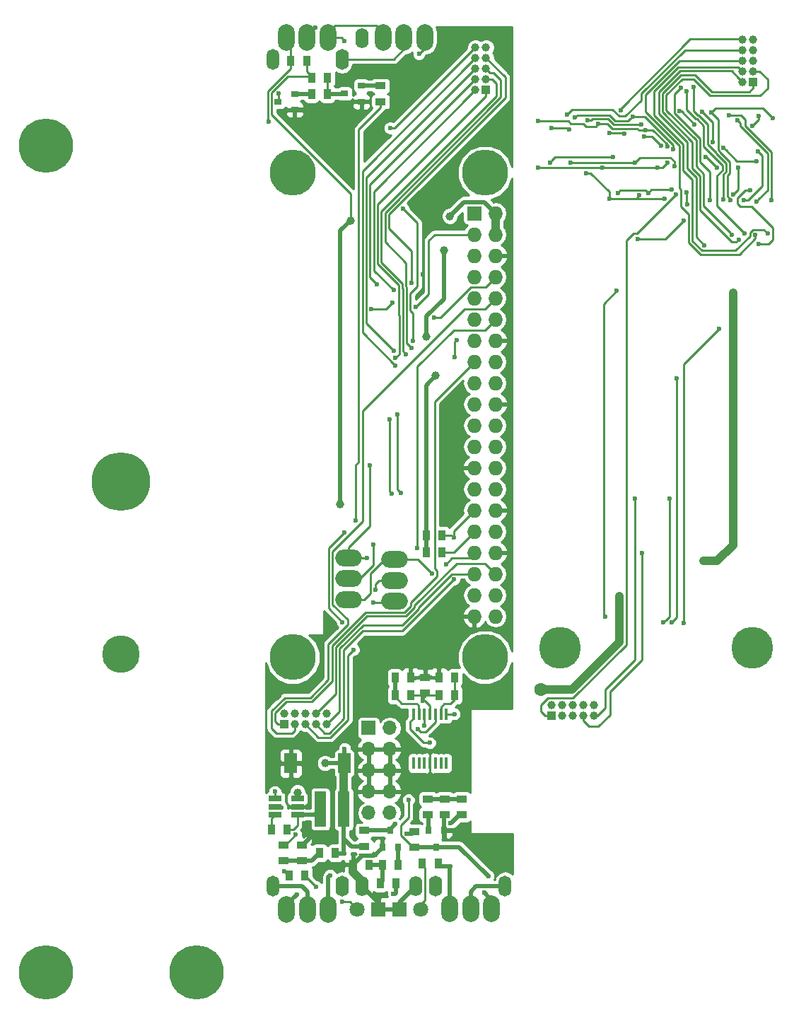
<source format=gbr>
G04 #@! TF.FileFunction,Copper,L2,Bot,Signal*
%FSLAX46Y46*%
G04 Gerber Fmt 4.6, Leading zero omitted, Abs format (unit mm)*
G04 Created by KiCad (PCBNEW 4.0.6) date 2018 February 20, Tuesday 14:46:14*
%MOMM*%
%LPD*%
G01*
G04 APERTURE LIST*
%ADD10C,0.100000*%
%ADD11C,6.500000*%
%ADD12C,7.000000*%
%ADD13C,4.500000*%
%ADD14R,1.500000X2.400000*%
%ADD15R,0.900000X1.300000*%
%ADD16R,1.700000X1.700000*%
%ADD17O,1.700000X1.700000*%
%ADD18R,1.000000X1.000000*%
%ADD19C,1.000000*%
%ADD20R,1.300000X0.900000*%
%ADD21R,0.800000X0.900000*%
%ADD22O,3.200000X2.000000*%
%ADD23R,0.900000X0.800000*%
%ADD24R,1.727200X1.727200*%
%ADD25O,1.727200X1.727200*%
%ADD26C,5.500000*%
%ADD27R,1.400000X4.200000*%
%ADD28R,1.560000X0.650000*%
%ADD29O,2.000000X3.200000*%
%ADD30R,0.450000X1.450000*%
%ADD31R,1.800000X1.800000*%
%ADD32C,1.800000*%
%ADD33O,1.500000X2.500000*%
%ADD34O,1.600000X2.500000*%
%ADD35O,1.600000X2.400000*%
%ADD36C,5.000000*%
%ADD37C,1.600000*%
%ADD38C,2.000000*%
%ADD39C,0.600000*%
%ADD40C,0.500000*%
%ADD41C,0.250000*%
%ADD42C,1.000000*%
%ADD43C,0.254000*%
G04 APERTURE END LIST*
D10*
D11*
X-26050000Y-113850000D03*
D12*
X-17050000Y-55050000D03*
D13*
X-17050000Y-75750000D03*
D11*
X-8050000Y-113850000D03*
X-26050000Y-14850000D03*
D14*
X9650000Y-88800000D03*
X3250000Y-88800000D03*
D15*
X2850000Y-96750000D03*
X950000Y-96750000D03*
D16*
X12560000Y-84580000D03*
D17*
X15100000Y-84580000D03*
X12560000Y-87120000D03*
X15100000Y-87120000D03*
X12560000Y-89660000D03*
X15100000Y-89660000D03*
X12560000Y-92200000D03*
X15100000Y-92200000D03*
X12560000Y-94740000D03*
X15100000Y-94740000D03*
D18*
X26635000Y-8180000D03*
D19*
X25365000Y-8180000D03*
X26635000Y-6910000D03*
X25365000Y-6910000D03*
X25365000Y-5640000D03*
X25365000Y-4370000D03*
X26635000Y-5640000D03*
X26635000Y-4370000D03*
X25365000Y-3100000D03*
X26635000Y-3100000D03*
D20*
X21689596Y-93075000D03*
X21689596Y-94975000D03*
D15*
X12600000Y-100950000D03*
X10700000Y-100950000D03*
D21*
X16100000Y-98850000D03*
X14200000Y-98850000D03*
X15150000Y-96850000D03*
X19739596Y-96825000D03*
X21639596Y-96825000D03*
X20689596Y-98825000D03*
D15*
X19450000Y-61500000D03*
X21350000Y-61500000D03*
X19450000Y-63510000D03*
X21350000Y-63510000D03*
X13950000Y-103150000D03*
X15850000Y-103150000D03*
D20*
X23689596Y-93075000D03*
X23689596Y-94975000D03*
X19689596Y-94975000D03*
X19689596Y-93075000D03*
D15*
X16100000Y-100950000D03*
X14200000Y-100950000D03*
D20*
X12050000Y-96850000D03*
X12050000Y-98750000D03*
X18050000Y-98850000D03*
X18050000Y-96950000D03*
D18*
X2460000Y-84135000D03*
D19*
X2460000Y-82865000D03*
X3730000Y-84135000D03*
X3730000Y-82865000D03*
X5000000Y-82865000D03*
X6270000Y-82865000D03*
X5000000Y-84135000D03*
X6270000Y-84135000D03*
X7540000Y-82865000D03*
X7540000Y-84135000D03*
D22*
X15700000Y-69400000D03*
X15700000Y-66900000D03*
X15700000Y-64400000D03*
X10200000Y-69200000D03*
X10200000Y-66700000D03*
X10200000Y-64200000D03*
D23*
X3735000Y-8665000D03*
X3735000Y-10565000D03*
X1735000Y-9615000D03*
D15*
X5745000Y-8655000D03*
X7645000Y-8655000D03*
X5150000Y-4700000D03*
X3250000Y-4700000D03*
D23*
X11705000Y-7685000D03*
X11705000Y-9585000D03*
X9705000Y-8635000D03*
D20*
X14025000Y-7695000D03*
X14025000Y-9595000D03*
D15*
X7665000Y-6700000D03*
X5765000Y-6700000D03*
D24*
X25230000Y-22970000D03*
D25*
X27770000Y-22970000D03*
X25230000Y-25510000D03*
X27770000Y-25510000D03*
X25230000Y-28050000D03*
X27770000Y-28050000D03*
X25230000Y-30590000D03*
X27770000Y-30590000D03*
X25230000Y-33130000D03*
X27770000Y-33130000D03*
X25230000Y-35670000D03*
X27770000Y-35670000D03*
X25230000Y-38210000D03*
X27770000Y-38210000D03*
X25230000Y-40750000D03*
X27770000Y-40750000D03*
X25230000Y-43290000D03*
X27770000Y-43290000D03*
X25230000Y-45830000D03*
X27770000Y-45830000D03*
X25230000Y-48370000D03*
X27770000Y-48370000D03*
X25230000Y-50910000D03*
X27770000Y-50910000D03*
X25230000Y-53450000D03*
X27770000Y-53450000D03*
X25230000Y-55990000D03*
X27770000Y-55990000D03*
X25230000Y-58530000D03*
X27770000Y-58530000D03*
X25230000Y-61070000D03*
X27770000Y-61070000D03*
X25230000Y-63610000D03*
X27770000Y-63610000D03*
X25230000Y-66150000D03*
X27770000Y-66150000D03*
X25230000Y-68690000D03*
X27770000Y-68690000D03*
X25230000Y-71230000D03*
X27770000Y-71230000D03*
D26*
X26500000Y-76100000D03*
X26500000Y-18100000D03*
X3500000Y-18100000D03*
X3500000Y-76100000D03*
D27*
X9600000Y-94300000D03*
X6800000Y-94300000D03*
D20*
X2400000Y-98600000D03*
X2400000Y-100500000D03*
D15*
X6700000Y-99550000D03*
X8600000Y-99550000D03*
D20*
X4600000Y-98600000D03*
X4600000Y-100500000D03*
D28*
X4050000Y-93050000D03*
X4050000Y-94000000D03*
X4050000Y-94950000D03*
X1350000Y-94950000D03*
X1350000Y-93050000D03*
X1350000Y-94000000D03*
D29*
X27300000Y-106250000D03*
X24800000Y-106250000D03*
X22300000Y-106250000D03*
X7750000Y-106300000D03*
X5250000Y-106300000D03*
X2750000Y-106300000D03*
D15*
X17625000Y-80650000D03*
X15725000Y-80650000D03*
X15725000Y-78550000D03*
X17625000Y-78550000D03*
X20999512Y-80650000D03*
X22899512Y-80650000D03*
X22899512Y-78550000D03*
X20999512Y-78550000D03*
D30*
X17975000Y-82900000D03*
X18625000Y-82900000D03*
X19275000Y-82900000D03*
X19925000Y-82900000D03*
X20575000Y-82900000D03*
X21225000Y-82900000D03*
X21875000Y-82900000D03*
X21875000Y-88800000D03*
X21225000Y-88800000D03*
X20575000Y-88800000D03*
X19925000Y-88800000D03*
X19275000Y-88800000D03*
X18625000Y-88800000D03*
X17975000Y-88800000D03*
D20*
X19350000Y-78500000D03*
X19350000Y-80400000D03*
D31*
X16250000Y-106300000D03*
D32*
X18790000Y-106300000D03*
D31*
X13750000Y-106300000D03*
D32*
X11210000Y-106300000D03*
D15*
X19000000Y-100800000D03*
X20900000Y-100800000D03*
X4950000Y-102200000D03*
X3050000Y-102200000D03*
D33*
X28920000Y-103500000D03*
D34*
X20620000Y-103500000D03*
D35*
X18200000Y-103500000D03*
D33*
X1080000Y-4500000D03*
D34*
X9380000Y-4500000D03*
D35*
X11800000Y-2000000D03*
D33*
X1080000Y-103500000D03*
D34*
X9380000Y-103500000D03*
D35*
X11800000Y-103500000D03*
D29*
X2700000Y-1900000D03*
X5200000Y-1900000D03*
X7700000Y-1900000D03*
X14300000Y-1900000D03*
X16800000Y-1900000D03*
X19300000Y-1900000D03*
D18*
X58635000Y-7210000D03*
D19*
X57365000Y-7210000D03*
X58635000Y-5940000D03*
X57365000Y-5940000D03*
X57365000Y-4670000D03*
X57365000Y-3400000D03*
X58635000Y-4670000D03*
X58635000Y-3400000D03*
X57365000Y-2130000D03*
X58635000Y-2130000D03*
D18*
X34460000Y-83135000D03*
D19*
X34460000Y-81865000D03*
X35730000Y-83135000D03*
X35730000Y-81865000D03*
X37000000Y-81865000D03*
X38270000Y-81865000D03*
X37000000Y-83135000D03*
X38270000Y-83135000D03*
X39540000Y-81865000D03*
X39540000Y-83135000D03*
D36*
X35500000Y-75000000D03*
X58500000Y-75000000D03*
D37*
X33200000Y-80000000D03*
D38*
X1208584Y-80408584D03*
D39*
X19100000Y-30300000D03*
X21600000Y-97800000D03*
X5900000Y-11700000D03*
X24650010Y-97900000D03*
X6150000Y-101800000D03*
D19*
X42599622Y-68800094D03*
X56200000Y-32500000D03*
X56200000Y-42200000D03*
X56200000Y-52400000D03*
X56200000Y-62700000D03*
X52700000Y-64600000D03*
D39*
X15800000Y-41200000D03*
X36368071Y-11123028D03*
X15400000Y-33700000D03*
X12925032Y-34400000D03*
X15150000Y-12750000D03*
X23110154Y-38110154D03*
X22900000Y-40200000D03*
X42742425Y-10622116D03*
X49374967Y-20711579D03*
X58300000Y-20200006D03*
X59300000Y-26600000D03*
X42300000Y-32200000D03*
X40949980Y-71259131D03*
X15800000Y-40300000D03*
X56900000Y-26100000D03*
X17050000Y-39800000D03*
X56100000Y-25500000D03*
X17700000Y-39050000D03*
X50001179Y-7901179D03*
X44800000Y-26000000D03*
X50274968Y-23846597D03*
X53400000Y-21400000D03*
X17700000Y-31324979D03*
X50667011Y-8344672D03*
X57600000Y-25400000D03*
X16700000Y-22400000D03*
X17874987Y-38191089D03*
X51500000Y-7800000D03*
X55069353Y-21334137D03*
X15600000Y-39400000D03*
X58866097Y-25542805D03*
X13600000Y-31500000D03*
X60374990Y-25397249D03*
X15552045Y-32173728D03*
X52800000Y-26800000D03*
X9650000Y-61150000D03*
X10784175Y-75209107D03*
X9450010Y-71900000D03*
X54500000Y-36800000D03*
X50300000Y-72000000D03*
X15350000Y-56500000D03*
X15100000Y-47600000D03*
X18200000Y-34200000D03*
X16450000Y-56450000D03*
X16000000Y-47000000D03*
X22780000Y-61810000D03*
X22800000Y-66774990D03*
X45300000Y-63600000D03*
X49500000Y-42700000D03*
X48900000Y-71900000D03*
X44500000Y-57100000D03*
X47860150Y-71960159D03*
X48574990Y-57081344D03*
X13400000Y-68000000D03*
X32900000Y-17500000D03*
X52900000Y-16200000D03*
X54300000Y-17500000D03*
X48400000Y-16900000D03*
X40600000Y-17500000D03*
X47200000Y-17500000D03*
X34300000Y-16874990D03*
X50724979Y-21895605D03*
X50624979Y-20455105D03*
X48845614Y-20111742D03*
X56229387Y-20711058D03*
X42400000Y-20500000D03*
X46039631Y-20514456D03*
X41832978Y-16249988D03*
X56800000Y-17500000D03*
X36770158Y-16874990D03*
X55088516Y-15107896D03*
X49174968Y-17299481D03*
X44449988Y-16874990D03*
X58998897Y-16717204D03*
X45000000Y-20825010D03*
X38600000Y-18125010D03*
X41400000Y-21200001D03*
X48000000Y-21200000D03*
X45602396Y-13749985D03*
X45202523Y-12360769D03*
X47559616Y-14831552D03*
X55864286Y-21424133D03*
X38809444Y-11825010D03*
X53600000Y-10900000D03*
X61000000Y-11600000D03*
X44195255Y-11352233D03*
X53815868Y-14470554D03*
X49074968Y-15323747D03*
X52494703Y-10765744D03*
X57500000Y-21399998D03*
X58559723Y-12475824D03*
X59189846Y-15510154D03*
X59299996Y-11300000D03*
X37300000Y-11500000D03*
X49834320Y-10741190D03*
X51589007Y-12304253D03*
X59018586Y-21550011D03*
X56774990Y-11825010D03*
X43188706Y-13425032D03*
X41436414Y-13353267D03*
X36603779Y-12894204D03*
X34500000Y-12725010D03*
X45775876Y-12969008D03*
X48351584Y-14944714D03*
X55700000Y-11200000D03*
X60800000Y-21400000D03*
X40097212Y-12275021D03*
X32900000Y-11900000D03*
D19*
X4050000Y-92300000D03*
X7350001Y-88800000D03*
D39*
X9700000Y-87050000D03*
X9700000Y-99650000D03*
X17116082Y-97232183D03*
X19100000Y-81350000D03*
D19*
X10424990Y-23800000D03*
X22300000Y-23300000D03*
X9200000Y-57800000D03*
X19530219Y-37730218D03*
X21600000Y-27400000D03*
X20600000Y-42400000D03*
D39*
X18484337Y-84749561D03*
X15800000Y-96100000D03*
X7950000Y-102200000D03*
X26400000Y-104300000D03*
X17350000Y-93200000D03*
X19200000Y-84250000D03*
X26900000Y-102300000D03*
X12700000Y-53149998D03*
X20380343Y-35480333D03*
X13100000Y-69600000D03*
X12400000Y-64200000D03*
X15550000Y-104400000D03*
X18400000Y-63050000D03*
X22389606Y-95983006D03*
X21850000Y-64950000D03*
X13150000Y-62600000D03*
X11000000Y-59750000D03*
X20175010Y-66086407D03*
X3850004Y-97350000D03*
X1350000Y-92200000D03*
X19900000Y-86350000D03*
X22350000Y-101100000D03*
X2450000Y-101699998D03*
X4000000Y-104500000D03*
X22850000Y-82900000D03*
X2100000Y-94100000D03*
X9400000Y-105400000D03*
X6300000Y-103600000D03*
X18600000Y-3900000D03*
X600000Y-12000000D03*
X6200000Y-700000D03*
X9700000Y-2300000D03*
X1800000Y-8600000D03*
D40*
X13750000Y-106300000D02*
X13750000Y-105450000D01*
X13750000Y-105450000D02*
X11800000Y-103500000D01*
X16250000Y-106300000D02*
X16250000Y-105450000D01*
X16250000Y-105450000D02*
X18200000Y-103500000D01*
D41*
X300000Y-86850000D02*
X300000Y-81317168D01*
X300000Y-81317168D02*
X1208584Y-80408584D01*
X3250000Y-88800000D02*
X2250000Y-88800000D01*
X2250000Y-88800000D02*
X300000Y-86850000D01*
D40*
X4600000Y-98600000D02*
X4650000Y-98600000D01*
X4650000Y-98600000D02*
X5750000Y-97500000D01*
X5750000Y-97500000D02*
X6450000Y-97500000D01*
X21639596Y-96825000D02*
X21639596Y-97760404D01*
X21639596Y-97760404D02*
X21600000Y-97800000D01*
X3250000Y-88800000D02*
X4800000Y-88800000D01*
X3735000Y-10565000D02*
X4765000Y-10565000D01*
X4765000Y-10565000D02*
X5900000Y-11700000D01*
D42*
X10700000Y-100950000D02*
X10700000Y-101850000D01*
X10700000Y-101850000D02*
X11800000Y-102950000D01*
X11800000Y-102950000D02*
X11800000Y-103500000D01*
D41*
X19925000Y-88800000D02*
X19925000Y-89925000D01*
X19925000Y-88800000D02*
X19925000Y-87425000D01*
D40*
X21639596Y-95025000D02*
X21689596Y-94975000D01*
X21639596Y-96825000D02*
X21639596Y-95025000D01*
X23575010Y-96825000D02*
X24650010Y-97900000D01*
X21639596Y-96825000D02*
X23575010Y-96825000D01*
X10700000Y-100950000D02*
X9750000Y-100950000D01*
X9750000Y-100950000D02*
X9525049Y-101174951D01*
X9525049Y-101174951D02*
X6775049Y-101174951D01*
X6775049Y-101174951D02*
X6150000Y-101800000D01*
X14200000Y-98850000D02*
X14200000Y-98900000D01*
X14200000Y-98900000D02*
X13250001Y-99849999D01*
X13250001Y-99849999D02*
X11800001Y-99849999D01*
X11800001Y-99849999D02*
X10700000Y-100950000D01*
D42*
X34331370Y-80000000D02*
X33200000Y-80000000D01*
X36900000Y-80000000D02*
X34331370Y-80000000D01*
X42599622Y-74300378D02*
X36900000Y-80000000D01*
X42599622Y-68800094D02*
X42599622Y-74300378D01*
X56200000Y-42200000D02*
X56200000Y-32500000D01*
X56200000Y-51692894D02*
X56200000Y-42200000D01*
X56200000Y-52400000D02*
X56200000Y-51692894D01*
X56200000Y-62700000D02*
X56200000Y-52400000D01*
X52700000Y-64600000D02*
X54300000Y-64600000D01*
X54300000Y-64600000D02*
X56200000Y-62700000D01*
D41*
X11850011Y-37250011D02*
X11850011Y-17884989D01*
X11850011Y-17884989D02*
X25365000Y-4370000D01*
X15800000Y-41200000D02*
X11850011Y-37250011D01*
X36668070Y-10823029D02*
X36368071Y-11123028D01*
X36941110Y-10549989D02*
X36668070Y-10823029D01*
X45250011Y-9413579D02*
X43313599Y-11349991D01*
X45250011Y-8586399D02*
X45250011Y-9413579D01*
X50436410Y-3400000D02*
X45250011Y-8586399D01*
X57365000Y-3400000D02*
X50436410Y-3400000D01*
X41786399Y-10549989D02*
X36941110Y-10549989D01*
X43313599Y-11349991D02*
X42586401Y-11349991D01*
X42586401Y-11349991D02*
X41786399Y-10549989D01*
X14700000Y-34400000D02*
X15400000Y-33700000D01*
X12925032Y-34400000D02*
X14700000Y-34400000D01*
X15715000Y-12750000D02*
X15150000Y-12750000D01*
X25365000Y-3100000D02*
X15715000Y-12750000D01*
X22900000Y-40200000D02*
X22900000Y-38320308D01*
X22900000Y-38320308D02*
X23110154Y-38110154D01*
X42742425Y-10457575D02*
X51100000Y-2100000D01*
X57335000Y-2100000D02*
X57365000Y-2130000D01*
X42742425Y-10622116D02*
X42742425Y-10457575D01*
X51100000Y-2100000D02*
X57335000Y-2100000D01*
X20475011Y-45504989D02*
X25230000Y-40750000D01*
X20475011Y-65461406D02*
X20475011Y-45504989D01*
X17625010Y-69561409D02*
X20800011Y-66386408D01*
X1400000Y-83825000D02*
X1400000Y-82727413D01*
X17625010Y-69948837D02*
X17625010Y-69561409D01*
X8200022Y-74711403D02*
X12186415Y-70725010D01*
X8200022Y-78972800D02*
X8200022Y-74711403D01*
X20800011Y-65786406D02*
X20475011Y-65461406D01*
X5772800Y-81400022D02*
X8200022Y-78972800D01*
X1400000Y-82727413D02*
X2727391Y-81400022D01*
X2727391Y-81400022D02*
X5772800Y-81400022D01*
X16848837Y-70725010D02*
X17625010Y-69948837D01*
X1710000Y-84135000D02*
X1400000Y-83825000D01*
X12186415Y-70725010D02*
X16848837Y-70725010D01*
X2460000Y-84135000D02*
X1710000Y-84135000D01*
X20800011Y-66386408D02*
X20800011Y-65786406D01*
X49074968Y-21011578D02*
X49374967Y-20711579D01*
X44711548Y-25374998D02*
X49074968Y-21011578D01*
X44299998Y-25374998D02*
X44711548Y-25374998D01*
X43424623Y-26250373D02*
X44299998Y-25374998D01*
X34039993Y-81025011D02*
X37041730Y-81025011D01*
X43424623Y-74642118D02*
X43424623Y-26250373D01*
X37041730Y-81025011D02*
X43424623Y-74642118D01*
X33710000Y-83135000D02*
X33200000Y-82625000D01*
X34460000Y-83135000D02*
X33710000Y-83135000D01*
X33200000Y-81865004D02*
X34039993Y-81025011D01*
X33200000Y-82625000D02*
X33200000Y-81865004D01*
X3730000Y-84135000D02*
X3730000Y-84842106D01*
X3730000Y-84842106D02*
X3372106Y-85200000D01*
X949989Y-84649989D02*
X949989Y-82541013D01*
X11850011Y-59849989D02*
X11850011Y-46577168D01*
X3372106Y-85200000D02*
X1500000Y-85200000D01*
X8250011Y-69774997D02*
X8250011Y-63449989D01*
X1500000Y-85200000D02*
X949989Y-84649989D01*
X5586400Y-80950011D02*
X7750011Y-78786400D01*
X949989Y-82541013D02*
X2540991Y-80950011D01*
X2540991Y-80950011D02*
X5586400Y-80950011D01*
X7750011Y-78786400D02*
X7750011Y-74525003D01*
X7750011Y-74525003D02*
X10075012Y-72200002D01*
X10075012Y-72200002D02*
X10075012Y-71599998D01*
X24027179Y-34400000D02*
X26500000Y-34400000D01*
X10075012Y-71599998D02*
X8250011Y-69774997D01*
X8250011Y-63449989D02*
X11850011Y-59849989D01*
X11850011Y-46577168D02*
X24027179Y-34400000D01*
X26500000Y-34400000D02*
X26906401Y-33993599D01*
X26906401Y-33993599D02*
X27770000Y-33130000D01*
X61000000Y-24700000D02*
X58425002Y-22125002D01*
X61000000Y-26100000D02*
X61000000Y-24700000D01*
X57875736Y-20200006D02*
X58300000Y-20200006D01*
X57665441Y-20200006D02*
X57875736Y-20200006D01*
X57099998Y-22125002D02*
X56774998Y-21800002D01*
X56774998Y-21800002D02*
X56774998Y-21090449D01*
X59300000Y-26600000D02*
X60500000Y-26600000D01*
X60500000Y-26600000D02*
X61000000Y-26100000D01*
X58425002Y-22125002D02*
X57099998Y-22125002D01*
X56774998Y-21090449D02*
X57665441Y-20200006D01*
X40710000Y-71019151D02*
X40710000Y-33790000D01*
X40710000Y-33790000D02*
X42300000Y-32200000D01*
X40710000Y-71019151D02*
X40949980Y-71259131D01*
X16174977Y-31532371D02*
X13650055Y-29007449D01*
X13650055Y-29007449D02*
X13650055Y-21914945D01*
X16241044Y-39858956D02*
X16241044Y-35175281D01*
X16224965Y-35159202D02*
X16224965Y-32172789D01*
X16241044Y-35175281D02*
X16224965Y-35159202D01*
X13650055Y-21914945D02*
X26635000Y-8930000D01*
X16224965Y-32172789D02*
X16174977Y-32122801D01*
X15800000Y-40300000D02*
X16241044Y-39858956D01*
X16174977Y-32122801D02*
X16174977Y-31532371D01*
X26635000Y-8930000D02*
X26635000Y-8180000D01*
X47774977Y-8607073D02*
X47774977Y-10838567D01*
X58635000Y-7210000D02*
X58635000Y-7960000D01*
X51350009Y-17613598D02*
X52250011Y-18513600D01*
X53661413Y-8400000D02*
X51686400Y-6424987D01*
X58195000Y-8400000D02*
X53661413Y-8400000D01*
X58635000Y-7960000D02*
X58195000Y-8400000D01*
X49957063Y-6424987D02*
X47774977Y-8607073D01*
X47774977Y-10838567D02*
X51350009Y-14413599D01*
X56600001Y-26399999D02*
X56900000Y-26100000D01*
X51686400Y-6424987D02*
X49957063Y-6424987D01*
X52250011Y-22575015D02*
X56074995Y-26399999D01*
X52250011Y-18513600D02*
X52250011Y-22575015D01*
X51350009Y-14413599D02*
X51350009Y-17613598D01*
X56074995Y-26399999D02*
X56600001Y-26399999D01*
X16624988Y-31936401D02*
X16624988Y-31345971D01*
X16624988Y-31345971D02*
X14100066Y-28821049D01*
X17050000Y-39800000D02*
X16691055Y-39441055D01*
X27850000Y-8950000D02*
X27850000Y-7417894D01*
X16674976Y-31986389D02*
X16624988Y-31936401D01*
X16691055Y-39441055D02*
X16691055Y-34988881D01*
X16691055Y-34988881D02*
X16674976Y-34972802D01*
X27342106Y-6910000D02*
X26635000Y-6910000D01*
X27850000Y-7417894D02*
X27342106Y-6910000D01*
X14100066Y-22699934D02*
X27850000Y-8950000D01*
X16674976Y-34972802D02*
X16674976Y-31986389D01*
X14100066Y-28821049D02*
X14100066Y-22699934D01*
X51800020Y-17327200D02*
X52700022Y-18227202D01*
X51800020Y-14227199D02*
X51800020Y-17327200D01*
X52700022Y-18227202D02*
X52700022Y-22100022D01*
X48224988Y-8793472D02*
X48224988Y-10652167D01*
X51500000Y-6874998D02*
X50143462Y-6874998D01*
X53475013Y-8850011D02*
X51500000Y-6874998D01*
X59486400Y-8850011D02*
X53475013Y-8850011D01*
X50143462Y-6874998D02*
X48224988Y-8793472D01*
X60350009Y-6947903D02*
X60350009Y-7986402D01*
X60350009Y-7986402D02*
X59486400Y-8850011D01*
X52700022Y-22100022D02*
X55800001Y-25200001D01*
X59342106Y-5940000D02*
X60350009Y-6947903D01*
X48224988Y-10652167D02*
X51800020Y-14227199D01*
X58635000Y-5940000D02*
X59342106Y-5940000D01*
X55800001Y-25200001D02*
X56100000Y-25500000D01*
X27539999Y-6139999D02*
X27134999Y-6139999D01*
X28400000Y-7000000D02*
X27539999Y-6139999D01*
X17124987Y-31799989D02*
X17074999Y-31750001D01*
X28400000Y-9036410D02*
X28400000Y-7000000D01*
X14550077Y-22886333D02*
X28400000Y-9036410D01*
X17074999Y-31750001D02*
X17074999Y-28929722D01*
X14550077Y-26404800D02*
X14550077Y-22886333D01*
X17124987Y-34786402D02*
X17124987Y-31799989D01*
X17700000Y-39050000D02*
X17141066Y-38491066D01*
X17074999Y-28929722D02*
X14550077Y-26404800D01*
X17141066Y-34802481D02*
X17124987Y-34786402D01*
X17141066Y-38491066D02*
X17141066Y-34802481D01*
X27134999Y-6139999D02*
X26635000Y-5640000D01*
X49200001Y-10990769D02*
X49200001Y-8702357D01*
X49701180Y-8201178D02*
X50001179Y-7901179D01*
X52250031Y-14040799D02*
X49200001Y-10990769D01*
X53400000Y-18000000D02*
X52250031Y-16850031D01*
X52250031Y-16850031D02*
X52250031Y-14040799D01*
X53400000Y-21400000D02*
X53400000Y-18000000D01*
X49200001Y-8702357D02*
X49701180Y-8201178D01*
X45224264Y-26000000D02*
X44800000Y-26000000D01*
X48121565Y-26000000D02*
X45224264Y-26000000D01*
X50274968Y-23846597D02*
X48121565Y-26000000D01*
X28950000Y-6685000D02*
X26635000Y-4370000D01*
X17700000Y-27441112D02*
X15000088Y-24741200D01*
X15000088Y-23072734D02*
X28950000Y-9122822D01*
X17700000Y-31324979D02*
X17700000Y-27441112D01*
X28950000Y-9122822D02*
X28950000Y-6685000D01*
X15000088Y-24741200D02*
X15000088Y-23072734D01*
X50667011Y-8768936D02*
X50667011Y-8344672D01*
X50667011Y-10558109D02*
X50667011Y-8768936D01*
X52700042Y-14975038D02*
X52700042Y-12490284D01*
X54925001Y-17800001D02*
X54925001Y-17199997D01*
X54286401Y-22086401D02*
X54286401Y-18438601D01*
X54286401Y-18438601D02*
X54925001Y-17800001D01*
X54925001Y-17199997D02*
X52700042Y-14975038D01*
X57600000Y-25400000D02*
X54286401Y-22086401D01*
X51889009Y-11679251D02*
X51788153Y-11679251D01*
X52700042Y-12490284D02*
X51889009Y-11679251D01*
X51788153Y-11679251D02*
X50667011Y-10558109D01*
X18375001Y-24075001D02*
X16700000Y-22400000D01*
X18375001Y-31750001D02*
X18375001Y-24075001D01*
X17874987Y-34899991D02*
X17574998Y-34600002D01*
X17574998Y-32550004D02*
X18375001Y-31750001D01*
X17574998Y-34600002D02*
X17574998Y-32550004D01*
X17874987Y-38191089D02*
X17874987Y-34899991D01*
X53150053Y-14688637D02*
X53150053Y-12303884D01*
X54175013Y-15713597D02*
X53150053Y-14688637D01*
X54175013Y-15813599D02*
X54175013Y-15713597D01*
X55375012Y-17013597D02*
X54175013Y-15813599D01*
X55375012Y-17986401D02*
X55375012Y-17013597D01*
X51500000Y-10754687D02*
X51500000Y-8224264D01*
X51974553Y-11229240D02*
X51500000Y-10754687D01*
X55069353Y-18292059D02*
X55375012Y-17986401D01*
X52075409Y-11229240D02*
X51974553Y-11229240D01*
X53150053Y-12303884D02*
X52075409Y-11229240D01*
X55069353Y-21334137D02*
X55069353Y-18292059D01*
X51500000Y-8224264D02*
X51500000Y-7800000D01*
X15600000Y-39400000D02*
X12300022Y-36100022D01*
X12300022Y-18704978D02*
X25365000Y-5640000D01*
X12300022Y-36100022D02*
X12300022Y-18704978D01*
X49802820Y-4670000D02*
X56657894Y-4670000D01*
X56958154Y-27875012D02*
X52313599Y-27875012D01*
X56657894Y-4670000D02*
X57365000Y-4670000D01*
X45700022Y-10772843D02*
X45700022Y-8772798D01*
X49799978Y-19955104D02*
X49799978Y-14872799D01*
X50899978Y-23072799D02*
X49999977Y-22172798D01*
X58866097Y-25967069D02*
X56958154Y-27875012D01*
X49799978Y-14872799D02*
X45700022Y-10772843D01*
X49999977Y-20155103D02*
X49799978Y-19955104D01*
X58866097Y-25542805D02*
X58866097Y-25967069D01*
X52313599Y-27875012D02*
X50899978Y-26461391D01*
X45700022Y-8772798D02*
X49802820Y-4670000D01*
X50899978Y-26461391D02*
X50899978Y-23072799D01*
X49999977Y-22172798D02*
X49999977Y-20155103D01*
X12750033Y-30650033D02*
X12750033Y-19524967D01*
X13600000Y-31500000D02*
X12750033Y-30650033D01*
X12750033Y-19524967D02*
X25365000Y-6910000D01*
X50249989Y-14686399D02*
X46749989Y-11186399D01*
X50249989Y-17786400D02*
X50249989Y-14686399D01*
X49669229Y-5440001D02*
X56865001Y-5440001D01*
X46749989Y-11186399D02*
X46749989Y-8359241D01*
X58225001Y-25700001D02*
X56500001Y-27425001D01*
X56500001Y-27425001D02*
X52499999Y-27425001D01*
X59877741Y-24900000D02*
X58625004Y-24900000D01*
X58625004Y-24900000D02*
X58225001Y-25300003D01*
X56865001Y-5440001D02*
X57365000Y-5940000D01*
X60374990Y-25397249D02*
X59877741Y-24900000D01*
X58225001Y-25300003D02*
X58225001Y-25700001D01*
X51349989Y-26274991D02*
X51349989Y-18886400D01*
X52499999Y-27425001D02*
X51349989Y-26274991D01*
X46749989Y-8359241D02*
X49669229Y-5440001D01*
X51349989Y-18886400D02*
X50249989Y-17786400D01*
X15552045Y-32173728D02*
X13200044Y-29821727D01*
X13200044Y-20344956D02*
X25365000Y-8180000D01*
X13200044Y-29821727D02*
X13200044Y-20344956D01*
X47324966Y-8420674D02*
X49845640Y-5900000D01*
X56865001Y-6710001D02*
X57365000Y-7210000D01*
X56055000Y-5900000D02*
X56865001Y-6710001D01*
X49845640Y-5900000D02*
X56055000Y-5900000D01*
X50700000Y-17600000D02*
X50700000Y-14400000D01*
X51800000Y-18700000D02*
X50700000Y-17600000D01*
X50700000Y-14400000D02*
X47324966Y-11024966D01*
X47324966Y-11024966D02*
X47324966Y-8420674D01*
X51800000Y-25800000D02*
X51800000Y-18700000D01*
X52800000Y-26800000D02*
X51800000Y-25800000D01*
X5000000Y-84135000D02*
X6565000Y-85700000D01*
X6565000Y-85700000D02*
X8000000Y-85700000D01*
X8000000Y-85700000D02*
X10100000Y-83600000D01*
X10100000Y-83600000D02*
X10100000Y-75893282D01*
X10100000Y-75893282D02*
X10784175Y-75209107D01*
X9450010Y-71900000D02*
X7800000Y-70249990D01*
X7800000Y-70249990D02*
X7800000Y-63000000D01*
X7800000Y-63000000D02*
X9650000Y-61150000D01*
X54200001Y-37099999D02*
X54500000Y-36800000D01*
X50300000Y-41000000D02*
X54200001Y-37099999D01*
X50300000Y-72000000D02*
X50300000Y-41000000D01*
X15100000Y-56250000D02*
X15350000Y-56500000D01*
X15100000Y-47600000D02*
X15100000Y-56250000D01*
X19775013Y-32624987D02*
X18200000Y-34200000D01*
X25230000Y-25510000D02*
X20490000Y-25510000D01*
X20490000Y-25510000D02*
X19775013Y-26224987D01*
X19775013Y-26224987D02*
X19775013Y-32624987D01*
X16000000Y-56000000D02*
X16450000Y-56450000D01*
X16000000Y-47000000D02*
X16000000Y-56000000D01*
X6270000Y-84135000D02*
X7335000Y-85200000D01*
X7335000Y-85200000D02*
X7863590Y-85200000D01*
X7863590Y-85200000D02*
X9600000Y-83463590D01*
X11875056Y-72945602D02*
X16629388Y-72945602D01*
X9600000Y-83463590D02*
X9600000Y-75220658D01*
X9600000Y-75220658D02*
X11875056Y-72945602D01*
X16629388Y-72945602D02*
X22800000Y-66774990D01*
X22780000Y-60980000D02*
X22780000Y-61810000D01*
X25230000Y-58530000D02*
X22780000Y-60980000D01*
X22470000Y-61500000D02*
X22780000Y-61810000D01*
X21350000Y-61500000D02*
X22470000Y-61500000D01*
X38270000Y-83135000D02*
X38270000Y-83670000D01*
X38270000Y-83670000D02*
X39000000Y-84400000D01*
X39000000Y-84400000D02*
X40100000Y-84400000D01*
X40100000Y-84400000D02*
X41500000Y-83000000D01*
X41500000Y-83000000D02*
X41500000Y-80200000D01*
X41500000Y-80200000D02*
X45300000Y-76400000D01*
X45300000Y-76400000D02*
X45300000Y-63600000D01*
X21320000Y-63510000D02*
X22790000Y-63510000D01*
X22790000Y-63510000D02*
X25230000Y-61070000D01*
X48900000Y-71900000D02*
X49500000Y-71300000D01*
X49500000Y-71300000D02*
X49500000Y-57900000D01*
X49500000Y-57900000D02*
X49500000Y-42700000D01*
X9100044Y-75084203D02*
X11934236Y-72250011D01*
X18525032Y-70321637D02*
X18525032Y-70124956D01*
X24008686Y-66150000D02*
X25230000Y-66150000D01*
X18525032Y-70124956D02*
X22499999Y-66149989D01*
X24008675Y-66149989D02*
X24008686Y-66150000D01*
X9100044Y-82574956D02*
X9100044Y-75084203D01*
X16596658Y-72250011D02*
X18525032Y-70321637D01*
X7540000Y-84135000D02*
X9100044Y-82574956D01*
X22499999Y-66149989D02*
X24008675Y-66149989D01*
X11934236Y-72250011D02*
X16596658Y-72250011D01*
X39540000Y-83135000D02*
X39965000Y-83135000D01*
X40900000Y-80000000D02*
X44500000Y-76400000D01*
X39965000Y-83135000D02*
X40900000Y-82200000D01*
X40900000Y-82200000D02*
X40900000Y-80000000D01*
X44500000Y-76400000D02*
X44500000Y-57100000D01*
X6270000Y-82865000D02*
X8650033Y-80484967D01*
X8650033Y-80484967D02*
X8650033Y-74897803D01*
X8650033Y-74897803D02*
X12372815Y-71175021D01*
X23100000Y-64900000D02*
X26520000Y-64900000D01*
X12372815Y-71175021D02*
X17035237Y-71175021D01*
X17035237Y-71175021D02*
X18075021Y-70135237D01*
X18075021Y-70135237D02*
X18075021Y-69924979D01*
X26520000Y-64900000D02*
X27770000Y-66150000D01*
X18075021Y-69924979D02*
X23100000Y-64900000D01*
X48574990Y-71245319D02*
X48160149Y-71660160D01*
X48574990Y-57081344D02*
X48574990Y-71245319D01*
X48160149Y-71660160D02*
X47860150Y-71960159D01*
X13850000Y-66900000D02*
X13400000Y-67350000D01*
X13400000Y-67350000D02*
X13400000Y-68000000D01*
X15700000Y-66900000D02*
X13850000Y-66900000D01*
D40*
X4550000Y-100500000D02*
X5750000Y-100500000D01*
X5750000Y-100500000D02*
X6700000Y-99550000D01*
X2400000Y-100500000D02*
X4550000Y-100500000D01*
D41*
X35600000Y-17500000D02*
X32900000Y-17500000D01*
X37700000Y-17500000D02*
X35600000Y-17500000D01*
X40600000Y-17500000D02*
X37700000Y-17500000D01*
X53000000Y-16200000D02*
X52900000Y-16200000D01*
X54300000Y-17500000D02*
X53000000Y-16200000D01*
X47800000Y-17500000D02*
X48400000Y-16900000D01*
X47200000Y-17500000D02*
X47800000Y-17500000D01*
X47200000Y-17500000D02*
X40600000Y-17500000D01*
X34599999Y-16574991D02*
X34300000Y-16874990D01*
X34925002Y-16249988D02*
X34599999Y-16574991D01*
X41832978Y-16249988D02*
X34925002Y-16249988D01*
X56529386Y-20411059D02*
X56229387Y-20711058D01*
X56800000Y-17500000D02*
X56800000Y-20140445D01*
X56800000Y-20140445D02*
X56529386Y-20411059D01*
X50624979Y-21795605D02*
X50724979Y-21895605D01*
X50624979Y-20455105D02*
X50624979Y-21795605D01*
X48421350Y-20111742D02*
X48845614Y-20111742D01*
X46039631Y-20514456D02*
X46442345Y-20111742D01*
X46442345Y-20111742D02*
X48421350Y-20111742D01*
X42699999Y-20200001D02*
X42400000Y-20500000D01*
X46039631Y-20514456D02*
X45725175Y-20200000D01*
X45725175Y-20200000D02*
X42699999Y-20200001D01*
X44449988Y-16874990D02*
X36770158Y-16874990D01*
X55388515Y-15407895D02*
X55088516Y-15107896D01*
X56697824Y-16717204D02*
X55388515Y-15407895D01*
X58998897Y-16717204D02*
X56697824Y-16717204D01*
X49174968Y-16875217D02*
X49174968Y-17299481D01*
X44449988Y-16874990D02*
X45049980Y-16274998D01*
X48700002Y-16274998D02*
X49174968Y-16749964D01*
X45049980Y-16274998D02*
X48700002Y-16274998D01*
X49174968Y-16749964D02*
X49174968Y-16875217D01*
X41400000Y-21200001D02*
X41400000Y-20400000D01*
X41400000Y-20400000D02*
X39125010Y-18125010D01*
X39125010Y-18125010D02*
X38600000Y-18125010D01*
X44700001Y-21125009D02*
X45000000Y-20825010D01*
X44625009Y-21200001D02*
X44700001Y-21125009D01*
X41399999Y-21200001D02*
X44625009Y-21200001D01*
X41399999Y-21200001D02*
X41400000Y-21200001D01*
X48000000Y-21200000D02*
X41399999Y-21200001D01*
X55694355Y-21254202D02*
X55864286Y-21424133D01*
X55591930Y-18405894D02*
X55591930Y-20931710D01*
X54625024Y-15627199D02*
X55825023Y-16827197D01*
X54625024Y-15527198D02*
X54625024Y-15627199D01*
X54440870Y-15343044D02*
X54625024Y-15527198D01*
X55694355Y-21034135D02*
X55694355Y-21254202D01*
X55591930Y-20931710D02*
X55694355Y-21034135D01*
X55825023Y-16827197D02*
X55825023Y-18172801D01*
X53600000Y-10900000D02*
X54440870Y-11740870D01*
X54440870Y-11740870D02*
X54440870Y-15343044D01*
X55825023Y-18172801D02*
X55591930Y-18405894D01*
X39233708Y-11825010D02*
X39408705Y-11650013D01*
X41213603Y-11650013D02*
X41913600Y-12350011D01*
X38809444Y-11825010D02*
X39233708Y-11825010D01*
X39408705Y-11650013D02*
X41213603Y-11650013D01*
X45602396Y-13749985D02*
X46478049Y-13749985D01*
X47259617Y-14531553D02*
X47559616Y-14831552D01*
X45191765Y-12350011D02*
X45202523Y-12360769D01*
X46478049Y-13749985D02*
X47259617Y-14531553D01*
X41913600Y-12350011D02*
X45191765Y-12350011D01*
X53899999Y-10600001D02*
X53600000Y-10900000D01*
X54150009Y-10349991D02*
X53899999Y-10600001D01*
X59749991Y-10349991D02*
X54150009Y-10349991D01*
X61000000Y-11600000D02*
X59749991Y-10349991D01*
X43895256Y-11652232D02*
X44195255Y-11352233D01*
X43647488Y-11900000D02*
X43895256Y-11652232D01*
X37300000Y-11500000D02*
X37599999Y-11200001D01*
X42100000Y-11900000D02*
X43647488Y-11900000D01*
X44619519Y-11352233D02*
X44195255Y-11352233D01*
X45643001Y-11352233D02*
X44619519Y-11352233D01*
X37599999Y-11200001D02*
X41400001Y-11200001D01*
X49074968Y-15323747D02*
X49074968Y-14784200D01*
X49074968Y-14784200D02*
X45643001Y-11352233D01*
X41400001Y-11200001D02*
X42100000Y-11900000D01*
X53815868Y-14046290D02*
X53815868Y-14470554D01*
X53815868Y-12086909D02*
X53815868Y-14046290D01*
X52494703Y-10765744D02*
X53815868Y-12086909D01*
X57924264Y-21399998D02*
X57500000Y-21399998D01*
X58024266Y-21399998D02*
X57924264Y-21399998D01*
X59700000Y-19724264D02*
X58024266Y-21399998D01*
X59189846Y-15510154D02*
X59700000Y-16020308D01*
X59700000Y-16020308D02*
X59700000Y-19724264D01*
X58859722Y-12175825D02*
X58559723Y-12475824D01*
X59299996Y-11735551D02*
X58859722Y-12175825D01*
X59299996Y-11300000D02*
X59299996Y-11735551D01*
X50025944Y-10741190D02*
X49834320Y-10741190D01*
X51589007Y-12304253D02*
X50025944Y-10741190D01*
X59318585Y-21250012D02*
X59018586Y-21550011D01*
X57074989Y-12125009D02*
X57074989Y-12511399D01*
X56774990Y-11825010D02*
X57074989Y-12125009D01*
X60349989Y-20218608D02*
X59318585Y-21250012D01*
X60349989Y-15786399D02*
X60349989Y-20218608D01*
X57074989Y-12511399D02*
X60349989Y-15786399D01*
X41436414Y-13353267D02*
X43116941Y-13353267D01*
X43116941Y-13353267D02*
X43188706Y-13425032D01*
X34500000Y-12725010D02*
X36434585Y-12725010D01*
X36434585Y-12725010D02*
X36603779Y-12894204D01*
X45300958Y-13019662D02*
X45351612Y-12969008D01*
X40097212Y-12275021D02*
X41202199Y-12275021D01*
X44716774Y-12800022D02*
X44936414Y-13019662D01*
X41727200Y-12800022D02*
X44716774Y-12800022D01*
X45351612Y-12969008D02*
X45775876Y-12969008D01*
X45775876Y-12969008D02*
X46623365Y-12969008D01*
X46623365Y-12969008D02*
X48351584Y-14697227D01*
X41202199Y-12275021D02*
X41727200Y-12800022D01*
X44936414Y-13019662D02*
X45300958Y-13019662D01*
X48351584Y-14697227D02*
X48351584Y-14944714D01*
X60800000Y-21400000D02*
X60800000Y-15600000D01*
X60800000Y-15600000D02*
X57700000Y-12500000D01*
X57700000Y-12500000D02*
X57700000Y-11700000D01*
X57700000Y-11700000D02*
X57200000Y-11200000D01*
X57200000Y-11200000D02*
X55700000Y-11200000D01*
X39797213Y-12575020D02*
X40097212Y-12275021D01*
X36800002Y-12225004D02*
X38284434Y-12225004D01*
X38634450Y-12575020D02*
X39797213Y-12575020D01*
X38284434Y-12225004D02*
X38634450Y-12575020D01*
X36474998Y-11900000D02*
X36800002Y-12225004D01*
X32900000Y-11900000D02*
X36474998Y-11900000D01*
D40*
X4050000Y-93050000D02*
X4050000Y-92300000D01*
D41*
X10424990Y-23092894D02*
X10424990Y-23800000D01*
X10424990Y-20624990D02*
X10424990Y-23092894D01*
X959999Y-11159999D02*
X10424990Y-20624990D01*
X5765000Y-6595000D02*
X2891410Y-6595000D01*
X959999Y-8526411D02*
X959999Y-11159999D01*
X2891410Y-6595000D02*
X959999Y-8526411D01*
X5150000Y-5980000D02*
X5150000Y-4700000D01*
D40*
X9650000Y-88800000D02*
X7350001Y-88800000D01*
X9650000Y-87100000D02*
X9700000Y-87050000D01*
X9650000Y-88800000D02*
X9650000Y-87100000D01*
X9700000Y-99650000D02*
X8700000Y-99650000D01*
X8700000Y-99650000D02*
X8600000Y-99550000D01*
D42*
X9600000Y-94300000D02*
X9600000Y-88850000D01*
X9600000Y-88850000D02*
X9650000Y-88800000D01*
D40*
X9600000Y-99550000D02*
X9700000Y-99650000D01*
X9600000Y-95474950D02*
X9600000Y-99550000D01*
X9600000Y-95474950D02*
X9600000Y-97800000D01*
X9600000Y-97800000D02*
X10550000Y-98750000D01*
X10550000Y-98750000D02*
X12050000Y-98750000D01*
X17540346Y-97232183D02*
X17116082Y-97232183D01*
X18050000Y-96950000D02*
X17767817Y-97232183D01*
X17767817Y-97232183D02*
X17540346Y-97232183D01*
X19100000Y-80925000D02*
X19100000Y-81350000D01*
D41*
X19925000Y-82900000D02*
X19925000Y-81925000D01*
X19925000Y-81925000D02*
X19350000Y-81350000D01*
D40*
X19325000Y-80700000D02*
X19100000Y-80925000D01*
D41*
X19350000Y-81350000D02*
X19100000Y-81350000D01*
X20999512Y-80650000D02*
X19375000Y-80650000D01*
X19375000Y-80650000D02*
X19325000Y-80700000D01*
X17625000Y-80650000D02*
X19275000Y-80650000D01*
X19275000Y-80650000D02*
X19325000Y-80700000D01*
D40*
X9200000Y-25024990D02*
X10424990Y-23800000D01*
X9200000Y-57800000D02*
X9200000Y-25024990D01*
D41*
X5150000Y-5980000D02*
X5765000Y-6595000D01*
X5750000Y-6580000D02*
X5765000Y-6595000D01*
D40*
X23999999Y-21600001D02*
X22300000Y-23300000D01*
X26400001Y-21600001D02*
X23999999Y-21600001D01*
X27770000Y-22970000D02*
X26400001Y-21600001D01*
D42*
X27770000Y-22970000D02*
X27770000Y-25510000D01*
D40*
X21689596Y-93075000D02*
X19689596Y-93075000D01*
X23689596Y-93075000D02*
X21689596Y-93075000D01*
X14200000Y-100950000D02*
X14200000Y-102900000D01*
X14200000Y-102900000D02*
X13950000Y-103150000D01*
X14200000Y-100950000D02*
X12600000Y-100950000D01*
X19530219Y-35269781D02*
X19530219Y-37730218D01*
X21600000Y-33200000D02*
X19530219Y-35269781D01*
X21600000Y-27400000D02*
X21600000Y-33200000D01*
X19450000Y-43550000D02*
X20600000Y-42400000D01*
X19450000Y-61500000D02*
X19450000Y-43550000D01*
X19450000Y-63510000D02*
X19450000Y-61500000D01*
X16100000Y-98850000D02*
X16100000Y-100950000D01*
X19739596Y-96825000D02*
X19739596Y-95025000D01*
X19739596Y-95025000D02*
X19689596Y-94975000D01*
X15150000Y-96750000D02*
X15150000Y-96850000D01*
X15800000Y-96100000D02*
X15150000Y-96750000D01*
D41*
X18784336Y-85049560D02*
X18484337Y-84749561D01*
X19400440Y-85049560D02*
X18784336Y-85049560D01*
X20575000Y-82900000D02*
X20575000Y-83875000D01*
X20575000Y-83875000D02*
X19400440Y-85049560D01*
D40*
X7750000Y-106300000D02*
X7750000Y-102400000D01*
X7750000Y-102400000D02*
X7950000Y-102200000D01*
X12050000Y-96850000D02*
X15150000Y-96850000D01*
X27300000Y-105200000D02*
X26400000Y-104300000D01*
X27300000Y-106250000D02*
X27300000Y-105200000D01*
D41*
X17850000Y-98850000D02*
X18050000Y-98850000D01*
X16425001Y-96224999D02*
X16425001Y-97425001D01*
X16425001Y-97425001D02*
X17850000Y-98850000D01*
X17350000Y-93200000D02*
X17350000Y-95300000D01*
X17350000Y-95300000D02*
X16425001Y-96224999D01*
X19275000Y-84175000D02*
X19200000Y-84250000D01*
X19275000Y-82900000D02*
X19275000Y-84175000D01*
D40*
X20689596Y-98825000D02*
X18075000Y-98825000D01*
X18075000Y-98825000D02*
X18050000Y-98850000D01*
X20689596Y-98825000D02*
X23425000Y-98825000D01*
X23425000Y-98825000D02*
X26900000Y-102300000D01*
D41*
X10200000Y-62950000D02*
X12700000Y-60450000D01*
X10200000Y-64200000D02*
X10200000Y-62950000D01*
X12700000Y-60450000D02*
X12700000Y-53149998D01*
X21143931Y-35480333D02*
X20380343Y-35480333D01*
X27770000Y-30590000D02*
X26581399Y-31778601D01*
X26581399Y-31778601D02*
X24845663Y-31778601D01*
X24845663Y-31778601D02*
X21143931Y-35480333D01*
X13100000Y-69600000D02*
X15500000Y-69600000D01*
X15500000Y-69600000D02*
X15700000Y-69400000D01*
X12400000Y-64200000D02*
X10200000Y-64200000D01*
D40*
X15850000Y-104300000D02*
X15750000Y-104400000D01*
X15750000Y-104400000D02*
X15550000Y-104400000D01*
X15850000Y-103150000D02*
X15850000Y-104300000D01*
D41*
X18400000Y-63050000D02*
X18400000Y-41300000D01*
X26490000Y-36950000D02*
X27770000Y-35670000D01*
X18400000Y-41300000D02*
X22750000Y-36950000D01*
X22750000Y-36950000D02*
X26490000Y-36950000D01*
D40*
X22481590Y-95983006D02*
X22389606Y-95983006D01*
X23489596Y-94975000D02*
X22481590Y-95983006D01*
X23689596Y-94975000D02*
X23489596Y-94975000D01*
D41*
X21850000Y-64950000D02*
X22550000Y-64250000D01*
X22550000Y-64250000D02*
X24590000Y-64250000D01*
X24590000Y-64250000D02*
X25230000Y-63610000D01*
X11000000Y-53138585D02*
X11000000Y-59325736D01*
X11400000Y-52738585D02*
X11000000Y-53138585D01*
X11000000Y-59325736D02*
X11000000Y-59750000D01*
X14025000Y-9595000D02*
X14025000Y-10295000D01*
X11400000Y-12920000D02*
X11400000Y-52738585D01*
X14025000Y-10295000D02*
X11400000Y-12920000D01*
X13150000Y-62600000D02*
X13150000Y-65100000D01*
X13150000Y-65100000D02*
X11550000Y-66700000D01*
X11550000Y-66700000D02*
X10200000Y-66700000D01*
X14025000Y-9595000D02*
X14225000Y-9595000D01*
X10200000Y-66700000D02*
X11000000Y-66700000D01*
D40*
X3735000Y-8665000D02*
X5735000Y-8665000D01*
X5735000Y-8665000D02*
X5745000Y-8655000D01*
D41*
X10200000Y-69200000D02*
X12050000Y-69200000D01*
X12050000Y-69200000D02*
X12774998Y-68475002D01*
X12774998Y-68475002D02*
X12774998Y-66125002D01*
X12774998Y-66125002D02*
X14500000Y-64400000D01*
X14500000Y-64400000D02*
X15700000Y-64400000D01*
X18488603Y-64400000D02*
X20175010Y-66086407D01*
X15700000Y-64400000D02*
X18488603Y-64400000D01*
D40*
X11705000Y-7685000D02*
X14015000Y-7685000D01*
X14015000Y-7685000D02*
X14025000Y-7695000D01*
D41*
X7665000Y-6595000D02*
X7665000Y-8635000D01*
X7665000Y-8635000D02*
X7645000Y-8655000D01*
D40*
X7645000Y-8655000D02*
X9685000Y-8655000D01*
X9685000Y-8655000D02*
X9705000Y-8635000D01*
D41*
X4050000Y-94950000D02*
X4050000Y-96250000D01*
X4050000Y-96250000D02*
X3550000Y-96750000D01*
X3550000Y-96750000D02*
X2850000Y-96750000D01*
D40*
X4050000Y-94950000D02*
X6150000Y-94950000D01*
X6150000Y-94950000D02*
X6800000Y-94300000D01*
X6774950Y-95500000D02*
X6800000Y-95474950D01*
D41*
X950000Y-96750000D02*
X950000Y-95350000D01*
X950000Y-95350000D02*
X1350000Y-94950000D01*
X3850000Y-97350000D02*
X3850004Y-97350000D01*
X2400000Y-98600000D02*
X2600000Y-98600000D01*
X2600000Y-98600000D02*
X3850000Y-97350000D01*
X1350000Y-92200000D02*
X1350000Y-93050000D01*
D40*
X22350000Y-101100000D02*
X21200000Y-101100000D01*
X21200000Y-101100000D02*
X20900000Y-100800000D01*
D41*
X19900000Y-86350000D02*
X19159772Y-86350000D01*
X17975000Y-83400000D02*
X17975000Y-82900000D01*
X17500000Y-84690228D02*
X17500000Y-83875000D01*
X17500000Y-83875000D02*
X17975000Y-83400000D01*
X19159772Y-86350000D02*
X17500000Y-84690228D01*
D40*
X22300000Y-106250000D02*
X22300000Y-101150000D01*
X22300000Y-101150000D02*
X22350000Y-101100000D01*
D41*
X2749999Y-101999997D02*
X2450000Y-101699998D01*
X2950002Y-102200000D02*
X2749999Y-101999997D01*
X3050000Y-102200000D02*
X2950002Y-102200000D01*
D40*
X2750000Y-105750000D02*
X4000000Y-104500000D01*
X2750000Y-106300000D02*
X2750000Y-105750000D01*
D41*
X22850000Y-82900000D02*
X21875000Y-82900000D01*
D40*
X15725000Y-78550000D02*
X15725000Y-80650000D01*
D41*
X15725000Y-80650000D02*
X15725000Y-80850000D01*
X15725000Y-80850000D02*
X16525000Y-81650000D01*
X16525000Y-81650000D02*
X18300000Y-81650000D01*
X18525001Y-81875001D02*
X18525001Y-82800001D01*
X18525001Y-82800001D02*
X18625000Y-82900000D01*
X18300000Y-81650000D02*
X18525001Y-81875001D01*
X21225000Y-82900000D02*
X21225000Y-82109514D01*
X21225000Y-82109514D02*
X21634514Y-81700000D01*
X21634514Y-81700000D02*
X22400000Y-81700000D01*
X22400000Y-81700000D02*
X22899512Y-81200488D01*
X22899512Y-81200488D02*
X22899512Y-80650000D01*
X22899512Y-80650000D02*
X22899512Y-78550000D01*
D40*
X1080000Y-103500000D02*
X4550000Y-103500000D01*
X4550000Y-103500000D02*
X5250000Y-104200000D01*
X5250000Y-104200000D02*
X5250000Y-106300000D01*
X24800000Y-106250000D02*
X24800000Y-104150000D01*
X24800000Y-104150000D02*
X25450000Y-103500000D01*
X25450000Y-103500000D02*
X28920000Y-103500000D01*
D41*
X1450000Y-94100000D02*
X1675736Y-94100000D01*
X1350000Y-94000000D02*
X1450000Y-94100000D01*
X1675736Y-94100000D02*
X2100000Y-94100000D01*
X19000000Y-100800000D02*
X19000000Y-101000000D01*
X19000000Y-101000000D02*
X19325010Y-101325010D01*
X19325010Y-101325010D02*
X19325010Y-105174990D01*
X19325010Y-105174990D02*
X18790000Y-105710000D01*
X18790000Y-105710000D02*
X18790000Y-106300000D01*
X9400000Y-105400000D02*
X10310000Y-105400000D01*
X10310000Y-105400000D02*
X11210000Y-106300000D01*
X4950000Y-102200000D02*
X4950000Y-102250000D01*
X4950000Y-102250000D02*
X6300000Y-103600000D01*
X18600000Y-3900000D02*
X19200000Y-3300000D01*
X19200000Y-3300000D02*
X19200000Y-2000000D01*
X19200000Y-2000000D02*
X19300000Y-1900000D01*
X500000Y-8350000D02*
X500000Y-11900000D01*
X500000Y-11900000D02*
X600000Y-12000000D01*
X3250000Y-4700000D02*
X3250000Y-5600000D01*
X3250000Y-5600000D02*
X500000Y-8350000D01*
X3250000Y-4700000D02*
X3250000Y-2450000D01*
X3250000Y-2450000D02*
X2700000Y-1900000D01*
X5900001Y-999999D02*
X6200000Y-700000D01*
X5200000Y-1700000D02*
X5900001Y-999999D01*
X5200000Y-1900000D02*
X5200000Y-1700000D01*
X1105000Y-4525000D02*
X1080000Y-4500000D01*
X9400001Y-2000001D02*
X9700000Y-2300000D01*
X9300000Y-1900000D02*
X9400001Y-2000001D01*
X7700000Y-1900000D02*
X9300000Y-1900000D01*
X14300000Y-1900000D02*
X14300000Y-1300000D01*
X7700000Y-1300000D02*
X7700000Y-1900000D01*
X14300000Y-1300000D02*
X13474990Y-474990D01*
X13474990Y-474990D02*
X8525010Y-474990D01*
X8525010Y-474990D02*
X7700000Y-1300000D01*
X1800000Y-8600000D02*
X1800000Y-9550000D01*
X1800000Y-9550000D02*
X1735000Y-9615000D01*
D40*
X1725000Y-9625000D02*
X1735000Y-9615000D01*
D41*
X16800000Y-1900000D02*
X16800000Y-3300000D01*
X15600000Y-4500000D02*
X13700000Y-4500000D01*
X16800000Y-3300000D02*
X15600000Y-4500000D01*
X13700000Y-4500000D02*
X9380000Y-4500000D01*
D43*
G36*
X14723144Y-104234778D02*
X14722857Y-104563779D01*
X14812131Y-104779838D01*
X14776309Y-104765000D01*
X14035750Y-104765000D01*
X13877000Y-104923750D01*
X13877000Y-106173000D01*
X16123000Y-106173000D01*
X16123000Y-106153000D01*
X16377000Y-106153000D01*
X16377000Y-106173000D01*
X16397000Y-106173000D01*
X16397000Y-106427000D01*
X16377000Y-106427000D01*
X16377000Y-106447000D01*
X16123000Y-106447000D01*
X16123000Y-106427000D01*
X13877000Y-106427000D01*
X13877000Y-106447000D01*
X13623000Y-106447000D01*
X13623000Y-106427000D01*
X13603000Y-106427000D01*
X13603000Y-106173000D01*
X13623000Y-106173000D01*
X13623000Y-104923750D01*
X13464250Y-104765000D01*
X12917511Y-104765000D01*
X13077166Y-104566483D01*
X13178979Y-104218483D01*
X13290951Y-104294990D01*
X13500000Y-104337324D01*
X14400000Y-104337324D01*
X14595294Y-104300577D01*
X14732477Y-104212302D01*
X14723144Y-104234778D01*
X14723144Y-104234778D01*
G37*
X14723144Y-104234778D02*
X14722857Y-104563779D01*
X14812131Y-104779838D01*
X14776309Y-104765000D01*
X14035750Y-104765000D01*
X13877000Y-104923750D01*
X13877000Y-106173000D01*
X16123000Y-106173000D01*
X16123000Y-106153000D01*
X16377000Y-106153000D01*
X16377000Y-106173000D01*
X16397000Y-106173000D01*
X16397000Y-106427000D01*
X16377000Y-106427000D01*
X16377000Y-106447000D01*
X16123000Y-106447000D01*
X16123000Y-106427000D01*
X13877000Y-106427000D01*
X13877000Y-106447000D01*
X13623000Y-106447000D01*
X13623000Y-106427000D01*
X13603000Y-106427000D01*
X13603000Y-106173000D01*
X13623000Y-106173000D01*
X13623000Y-104923750D01*
X13464250Y-104765000D01*
X12917511Y-104765000D01*
X13077166Y-104566483D01*
X13178979Y-104218483D01*
X13290951Y-104294990D01*
X13500000Y-104337324D01*
X14400000Y-104337324D01*
X14595294Y-104300577D01*
X14732477Y-104212302D01*
X14723144Y-104234778D01*
G36*
X18327000Y-103373000D02*
X18347000Y-103373000D01*
X18347000Y-103627000D01*
X18327000Y-103627000D01*
X18327000Y-103647000D01*
X18073000Y-103647000D01*
X18073000Y-103627000D01*
X18053000Y-103627000D01*
X18053000Y-103373000D01*
X18073000Y-103373000D01*
X18073000Y-103353000D01*
X18327000Y-103353000D01*
X18327000Y-103373000D01*
X18327000Y-103373000D01*
G37*
X18327000Y-103373000D02*
X18347000Y-103373000D01*
X18347000Y-103627000D01*
X18327000Y-103627000D01*
X18327000Y-103647000D01*
X18073000Y-103647000D01*
X18073000Y-103627000D01*
X18053000Y-103627000D01*
X18053000Y-103373000D01*
X18073000Y-103373000D01*
X18073000Y-103353000D01*
X18327000Y-103353000D01*
X18327000Y-103373000D01*
G36*
X11927000Y-103373000D02*
X11947000Y-103373000D01*
X11947000Y-103627000D01*
X11927000Y-103627000D01*
X11927000Y-103647000D01*
X11673000Y-103647000D01*
X11673000Y-103627000D01*
X11653000Y-103627000D01*
X11653000Y-103373000D01*
X11673000Y-103373000D01*
X11673000Y-103353000D01*
X11927000Y-103353000D01*
X11927000Y-103373000D01*
X11927000Y-103373000D01*
G37*
X11927000Y-103373000D02*
X11947000Y-103373000D01*
X11947000Y-103627000D01*
X11927000Y-103627000D01*
X11927000Y-103647000D01*
X11673000Y-103647000D01*
X11673000Y-103627000D01*
X11653000Y-103627000D01*
X11653000Y-103373000D01*
X11673000Y-103373000D01*
X11673000Y-103353000D01*
X11927000Y-103353000D01*
X11927000Y-103373000D01*
G36*
X10550000Y-99527000D02*
X10984174Y-99527000D01*
X11014842Y-99574660D01*
X11147059Y-99665000D01*
X10985750Y-99665000D01*
X10827000Y-99823750D01*
X10827000Y-100823000D01*
X10847000Y-100823000D01*
X10847000Y-101077000D01*
X10827000Y-101077000D01*
X10827000Y-101097000D01*
X10573000Y-101097000D01*
X10573000Y-101077000D01*
X9773750Y-101077000D01*
X9615000Y-101235750D01*
X9615000Y-101726310D01*
X9618892Y-101735706D01*
X9380000Y-101688187D01*
X8872179Y-101789199D01*
X8717720Y-101892405D01*
X8651505Y-101732154D01*
X8419070Y-101499312D01*
X8115222Y-101373144D01*
X7786221Y-101372857D01*
X7482154Y-101498495D01*
X7249312Y-101730930D01*
X7198074Y-101854326D01*
X7032146Y-102102655D01*
X6973000Y-102400000D01*
X6973000Y-103103599D01*
X6769070Y-102899312D01*
X6465222Y-102773144D01*
X6395150Y-102773083D01*
X5937324Y-102315256D01*
X5937324Y-101550000D01*
X5900577Y-101354706D01*
X5839162Y-101259264D01*
X6047345Y-101217854D01*
X6299422Y-101049422D01*
X6611520Y-100737324D01*
X7150000Y-100737324D01*
X7345294Y-100700577D01*
X7524660Y-100585158D01*
X7644990Y-100409049D01*
X7648629Y-100391077D01*
X7649423Y-100395294D01*
X7764842Y-100574660D01*
X7940951Y-100694990D01*
X8150000Y-100737324D01*
X9050000Y-100737324D01*
X9245294Y-100700577D01*
X9424660Y-100585158D01*
X9506642Y-100465173D01*
X9534778Y-100476856D01*
X9615000Y-100476926D01*
X9615000Y-100664250D01*
X9773750Y-100823000D01*
X10573000Y-100823000D01*
X10573000Y-99823750D01*
X10526889Y-99777639D01*
X10527111Y-99522447D01*
X10550000Y-99527000D01*
X10550000Y-99527000D01*
G37*
X10550000Y-99527000D02*
X10984174Y-99527000D01*
X11014842Y-99574660D01*
X11147059Y-99665000D01*
X10985750Y-99665000D01*
X10827000Y-99823750D01*
X10827000Y-100823000D01*
X10847000Y-100823000D01*
X10847000Y-101077000D01*
X10827000Y-101077000D01*
X10827000Y-101097000D01*
X10573000Y-101097000D01*
X10573000Y-101077000D01*
X9773750Y-101077000D01*
X9615000Y-101235750D01*
X9615000Y-101726310D01*
X9618892Y-101735706D01*
X9380000Y-101688187D01*
X8872179Y-101789199D01*
X8717720Y-101892405D01*
X8651505Y-101732154D01*
X8419070Y-101499312D01*
X8115222Y-101373144D01*
X7786221Y-101372857D01*
X7482154Y-101498495D01*
X7249312Y-101730930D01*
X7198074Y-101854326D01*
X7032146Y-102102655D01*
X6973000Y-102400000D01*
X6973000Y-103103599D01*
X6769070Y-102899312D01*
X6465222Y-102773144D01*
X6395150Y-102773083D01*
X5937324Y-102315256D01*
X5937324Y-101550000D01*
X5900577Y-101354706D01*
X5839162Y-101259264D01*
X6047345Y-101217854D01*
X6299422Y-101049422D01*
X6611520Y-100737324D01*
X7150000Y-100737324D01*
X7345294Y-100700577D01*
X7524660Y-100585158D01*
X7644990Y-100409049D01*
X7648629Y-100391077D01*
X7649423Y-100395294D01*
X7764842Y-100574660D01*
X7940951Y-100694990D01*
X8150000Y-100737324D01*
X9050000Y-100737324D01*
X9245294Y-100700577D01*
X9424660Y-100585158D01*
X9506642Y-100465173D01*
X9534778Y-100476856D01*
X9615000Y-100476926D01*
X9615000Y-100664250D01*
X9773750Y-100823000D01*
X10573000Y-100823000D01*
X10573000Y-99823750D01*
X10526889Y-99777639D01*
X10527111Y-99522447D01*
X10550000Y-99527000D01*
G36*
X24773000Y-97100000D02*
X24783006Y-97149410D01*
X24811447Y-97191035D01*
X24853841Y-97218315D01*
X24900000Y-97227000D01*
X29823000Y-97227000D01*
X29823000Y-102062249D01*
X29822975Y-102062212D01*
X29408687Y-101785393D01*
X28920000Y-101688187D01*
X28431313Y-101785393D01*
X28017025Y-102062212D01*
X27740206Y-102476500D01*
X27691174Y-102723000D01*
X27619818Y-102723000D01*
X27726856Y-102465222D01*
X27727143Y-102136221D01*
X27601505Y-101832154D01*
X27369070Y-101599312D01*
X27247801Y-101548957D01*
X23974422Y-98275578D01*
X23722345Y-98107146D01*
X23425000Y-98048000D01*
X21505422Y-98048000D01*
X21474754Y-98000340D01*
X21342537Y-97910000D01*
X21353846Y-97910000D01*
X21512596Y-97751250D01*
X21512596Y-96952000D01*
X21766596Y-96952000D01*
X21766596Y-97751250D01*
X21925346Y-97910000D01*
X22165906Y-97910000D01*
X22399295Y-97813327D01*
X22577923Y-97634698D01*
X22674596Y-97401309D01*
X22674596Y-97110750D01*
X22515846Y-96952000D01*
X21766596Y-96952000D01*
X21512596Y-96952000D01*
X21492596Y-96952000D01*
X21492596Y-96698000D01*
X21512596Y-96698000D01*
X21512596Y-96678000D01*
X21766596Y-96678000D01*
X21766596Y-96698000D01*
X21954989Y-96698000D01*
X22224384Y-96809862D01*
X22553385Y-96810149D01*
X22857452Y-96684511D01*
X22966864Y-96575290D01*
X23031012Y-96532428D01*
X23601116Y-95962324D01*
X24339596Y-95962324D01*
X24534890Y-95925577D01*
X24714256Y-95810158D01*
X24773000Y-95724183D01*
X24773000Y-97100000D01*
X24773000Y-97100000D01*
G37*
X24773000Y-97100000D02*
X24783006Y-97149410D01*
X24811447Y-97191035D01*
X24853841Y-97218315D01*
X24900000Y-97227000D01*
X29823000Y-97227000D01*
X29823000Y-102062249D01*
X29822975Y-102062212D01*
X29408687Y-101785393D01*
X28920000Y-101688187D01*
X28431313Y-101785393D01*
X28017025Y-102062212D01*
X27740206Y-102476500D01*
X27691174Y-102723000D01*
X27619818Y-102723000D01*
X27726856Y-102465222D01*
X27727143Y-102136221D01*
X27601505Y-101832154D01*
X27369070Y-101599312D01*
X27247801Y-101548957D01*
X23974422Y-98275578D01*
X23722345Y-98107146D01*
X23425000Y-98048000D01*
X21505422Y-98048000D01*
X21474754Y-98000340D01*
X21342537Y-97910000D01*
X21353846Y-97910000D01*
X21512596Y-97751250D01*
X21512596Y-96952000D01*
X21766596Y-96952000D01*
X21766596Y-97751250D01*
X21925346Y-97910000D01*
X22165906Y-97910000D01*
X22399295Y-97813327D01*
X22577923Y-97634698D01*
X22674596Y-97401309D01*
X22674596Y-97110750D01*
X22515846Y-96952000D01*
X21766596Y-96952000D01*
X21512596Y-96952000D01*
X21492596Y-96952000D01*
X21492596Y-96698000D01*
X21512596Y-96698000D01*
X21512596Y-96678000D01*
X21766596Y-96678000D01*
X21766596Y-96698000D01*
X21954989Y-96698000D01*
X22224384Y-96809862D01*
X22553385Y-96810149D01*
X22857452Y-96684511D01*
X22966864Y-96575290D01*
X23031012Y-96532428D01*
X23601116Y-95962324D01*
X24339596Y-95962324D01*
X24534890Y-95925577D01*
X24714256Y-95810158D01*
X24773000Y-95724183D01*
X24773000Y-97100000D01*
G36*
X13261673Y-99659698D02*
X13440301Y-99838327D01*
X13473121Y-99851922D01*
X13398233Y-99900111D01*
X13259049Y-99805010D01*
X13050000Y-99762676D01*
X12150000Y-99762676D01*
X11954706Y-99799423D01*
X11775340Y-99914842D01*
X11714602Y-100003735D01*
X11688327Y-99940301D01*
X11509698Y-99761673D01*
X11450914Y-99737324D01*
X12700000Y-99737324D01*
X12895294Y-99700577D01*
X13074660Y-99585158D01*
X13171868Y-99442889D01*
X13261673Y-99659698D01*
X13261673Y-99659698D01*
G37*
X13261673Y-99659698D02*
X13440301Y-99838327D01*
X13473121Y-99851922D01*
X13398233Y-99900111D01*
X13259049Y-99805010D01*
X13050000Y-99762676D01*
X12150000Y-99762676D01*
X11954706Y-99799423D01*
X11775340Y-99914842D01*
X11714602Y-100003735D01*
X11688327Y-99940301D01*
X11509698Y-99761673D01*
X11450914Y-99737324D01*
X12700000Y-99737324D01*
X12895294Y-99700577D01*
X13074660Y-99585158D01*
X13171868Y-99442889D01*
X13261673Y-99659698D01*
G36*
X14364842Y-97674660D02*
X14497059Y-97765000D01*
X14485750Y-97765000D01*
X14327000Y-97923750D01*
X14327000Y-98723000D01*
X14347000Y-98723000D01*
X14347000Y-98977000D01*
X14327000Y-98977000D01*
X14327000Y-98997000D01*
X14073000Y-98997000D01*
X14073000Y-98977000D01*
X14053000Y-98977000D01*
X14053000Y-98723000D01*
X14073000Y-98723000D01*
X14073000Y-97923750D01*
X13914250Y-97765000D01*
X13673690Y-97765000D01*
X13440301Y-97861673D01*
X13261673Y-98040302D01*
X13211328Y-98161845D01*
X13200577Y-98104706D01*
X13085158Y-97925340D01*
X12909049Y-97805010D01*
X12891077Y-97801371D01*
X12895294Y-97800577D01*
X13074660Y-97685158D01*
X13114398Y-97627000D01*
X14334174Y-97627000D01*
X14364842Y-97674660D01*
X14364842Y-97674660D01*
G37*
X14364842Y-97674660D02*
X14497059Y-97765000D01*
X14485750Y-97765000D01*
X14327000Y-97923750D01*
X14327000Y-98723000D01*
X14347000Y-98723000D01*
X14347000Y-98977000D01*
X14327000Y-98977000D01*
X14327000Y-98997000D01*
X14073000Y-98997000D01*
X14073000Y-98977000D01*
X14053000Y-98977000D01*
X14053000Y-98723000D01*
X14073000Y-98723000D01*
X14073000Y-97923750D01*
X13914250Y-97765000D01*
X13673690Y-97765000D01*
X13440301Y-97861673D01*
X13261673Y-98040302D01*
X13211328Y-98161845D01*
X13200577Y-98104706D01*
X13085158Y-97925340D01*
X12909049Y-97805010D01*
X12891077Y-97801371D01*
X12895294Y-97800577D01*
X13074660Y-97685158D01*
X13114398Y-97627000D01*
X14334174Y-97627000D01*
X14364842Y-97674660D01*
G36*
X4727000Y-98473000D02*
X4747000Y-98473000D01*
X4747000Y-98727000D01*
X4727000Y-98727000D01*
X4727000Y-98747000D01*
X4473000Y-98747000D01*
X4473000Y-98727000D01*
X4453000Y-98727000D01*
X4453000Y-98473000D01*
X4473000Y-98473000D01*
X4473000Y-98453000D01*
X4727000Y-98453000D01*
X4727000Y-98473000D01*
X4727000Y-98473000D01*
G37*
X4727000Y-98473000D02*
X4747000Y-98473000D01*
X4747000Y-98727000D01*
X4727000Y-98727000D01*
X4727000Y-98747000D01*
X4473000Y-98747000D01*
X4473000Y-98727000D01*
X4453000Y-98727000D01*
X4453000Y-98473000D01*
X4473000Y-98473000D01*
X4473000Y-98453000D01*
X4727000Y-98453000D01*
X4727000Y-98473000D01*
G36*
X29773000Y-75439971D02*
X29279725Y-74246154D01*
X28358695Y-73323515D01*
X27154695Y-72823570D01*
X25851024Y-72822433D01*
X24646154Y-73320275D01*
X23723515Y-74241305D01*
X23223570Y-75445305D01*
X23222433Y-76748976D01*
X23487560Y-77390632D01*
X23349512Y-77362676D01*
X22449512Y-77362676D01*
X22254218Y-77399423D01*
X22074852Y-77514842D01*
X22014114Y-77603735D01*
X21987839Y-77540301D01*
X21809210Y-77361673D01*
X21575821Y-77265000D01*
X21285262Y-77265000D01*
X21126512Y-77423750D01*
X21126512Y-78423000D01*
X21146512Y-78423000D01*
X21146512Y-78677000D01*
X21126512Y-78677000D01*
X21126512Y-78697000D01*
X20872512Y-78697000D01*
X20872512Y-78677000D01*
X20526250Y-78677000D01*
X20476250Y-78627000D01*
X19477000Y-78627000D01*
X19477000Y-78647000D01*
X19223000Y-78647000D01*
X19223000Y-78627000D01*
X18223750Y-78627000D01*
X18173750Y-78677000D01*
X17752000Y-78677000D01*
X17752000Y-78697000D01*
X17498000Y-78697000D01*
X17498000Y-78677000D01*
X17478000Y-78677000D01*
X17478000Y-78423000D01*
X17498000Y-78423000D01*
X17498000Y-77423750D01*
X17752000Y-77423750D01*
X17752000Y-78423000D01*
X18551250Y-78423000D01*
X18601250Y-78373000D01*
X19223000Y-78373000D01*
X19223000Y-77573750D01*
X19477000Y-77573750D01*
X19477000Y-78373000D01*
X20023262Y-78373000D01*
X20073262Y-78423000D01*
X20872512Y-78423000D01*
X20872512Y-77423750D01*
X20713762Y-77265000D01*
X20423203Y-77265000D01*
X20189814Y-77361673D01*
X20133506Y-77417981D01*
X20126310Y-77415000D01*
X19635750Y-77415000D01*
X19477000Y-77573750D01*
X19223000Y-77573750D01*
X19064250Y-77415000D01*
X18573690Y-77415000D01*
X18513116Y-77440091D01*
X18434698Y-77361673D01*
X18201309Y-77265000D01*
X17910750Y-77265000D01*
X17752000Y-77423750D01*
X17498000Y-77423750D01*
X17339250Y-77265000D01*
X17048691Y-77265000D01*
X16815302Y-77361673D01*
X16636673Y-77540301D01*
X16610478Y-77603540D01*
X16560158Y-77525340D01*
X16384049Y-77405010D01*
X16175000Y-77362676D01*
X15275000Y-77362676D01*
X15079706Y-77399423D01*
X14900340Y-77514842D01*
X14780010Y-77690951D01*
X14737676Y-77900000D01*
X14737676Y-79200000D01*
X14774423Y-79395294D01*
X14889842Y-79574660D01*
X14925220Y-79598832D01*
X14900340Y-79614842D01*
X14780010Y-79790951D01*
X14737676Y-80000000D01*
X14737676Y-81300000D01*
X14774423Y-81495294D01*
X14889842Y-81674660D01*
X15065951Y-81794990D01*
X15275000Y-81837324D01*
X15790256Y-81837324D01*
X16063966Y-82111034D01*
X16275491Y-82252370D01*
X16525000Y-82302001D01*
X16525005Y-82302000D01*
X17212676Y-82302000D01*
X17212676Y-83240256D01*
X17038966Y-83413966D01*
X16897631Y-83625490D01*
X16897631Y-83625491D01*
X16847999Y-83875000D01*
X16848000Y-83875005D01*
X16848000Y-84690223D01*
X16847999Y-84690228D01*
X16878597Y-84844049D01*
X16897631Y-84939738D01*
X16999112Y-85091616D01*
X17038966Y-85151262D01*
X18698738Y-86811034D01*
X18910262Y-86952369D01*
X19159772Y-87002000D01*
X19382327Y-87002000D01*
X19430930Y-87050688D01*
X19734778Y-87176856D01*
X20063779Y-87177143D01*
X20367846Y-87051505D01*
X20600688Y-86819070D01*
X20726856Y-86515222D01*
X20727143Y-86186221D01*
X20601505Y-85882154D01*
X20369070Y-85649312D01*
X20065222Y-85523144D01*
X19842982Y-85522950D01*
X19861474Y-85510594D01*
X21036031Y-84336036D01*
X21036034Y-84336034D01*
X21133540Y-84190105D01*
X21152103Y-84162324D01*
X21450000Y-84162324D01*
X21553672Y-84142817D01*
X21650000Y-84162324D01*
X22100000Y-84162324D01*
X22295294Y-84125577D01*
X22474660Y-84010158D01*
X22594990Y-83834049D01*
X22621978Y-83700779D01*
X22684778Y-83726856D01*
X23013779Y-83727143D01*
X23317846Y-83601505D01*
X23550688Y-83369070D01*
X23676856Y-83065222D01*
X23677143Y-82736221D01*
X23551505Y-82432154D01*
X23319070Y-82199312D01*
X23015222Y-82073144D01*
X22948982Y-82073086D01*
X23184743Y-81837324D01*
X23349512Y-81837324D01*
X23544806Y-81800577D01*
X23724172Y-81685158D01*
X23844502Y-81509049D01*
X23886836Y-81300000D01*
X23886836Y-80000000D01*
X23850089Y-79804706D01*
X23734670Y-79625340D01*
X23699292Y-79601168D01*
X23724172Y-79585158D01*
X23844502Y-79409049D01*
X23886836Y-79200000D01*
X23886836Y-78120698D01*
X24641305Y-78876485D01*
X25845305Y-79376430D01*
X27148976Y-79377567D01*
X28353846Y-78879725D01*
X29276485Y-77958695D01*
X29773000Y-76762955D01*
X29773000Y-82273000D01*
X24900000Y-82273000D01*
X24850590Y-82283006D01*
X24808965Y-82311447D01*
X24781685Y-82353841D01*
X24773000Y-82400000D01*
X24773000Y-92325316D01*
X24724754Y-92250340D01*
X24548645Y-92130010D01*
X24339596Y-92087676D01*
X23039596Y-92087676D01*
X22844302Y-92124423D01*
X22687829Y-92225111D01*
X22548645Y-92130010D01*
X22339596Y-92087676D01*
X21039596Y-92087676D01*
X20844302Y-92124423D01*
X20687829Y-92225111D01*
X20548645Y-92130010D01*
X20339596Y-92087676D01*
X19039596Y-92087676D01*
X18844302Y-92124423D01*
X18664936Y-92239842D01*
X18544606Y-92415951D01*
X18502272Y-92625000D01*
X18502272Y-93525000D01*
X18539019Y-93720294D01*
X18654438Y-93899660D01*
X18830547Y-94019990D01*
X18848519Y-94023629D01*
X18844302Y-94024423D01*
X18664936Y-94139842D01*
X18544606Y-94315951D01*
X18502272Y-94525000D01*
X18502272Y-95425000D01*
X18539019Y-95620294D01*
X18654438Y-95799660D01*
X18830547Y-95919990D01*
X18962596Y-95946731D01*
X18962596Y-95993267D01*
X18940083Y-96026215D01*
X18909049Y-96005010D01*
X18700000Y-95962676D01*
X17609392Y-95962676D01*
X17811034Y-95761034D01*
X17861396Y-95685661D01*
X17952369Y-95549510D01*
X18002000Y-95300000D01*
X18002000Y-93717673D01*
X18050688Y-93669070D01*
X18176856Y-93365222D01*
X18177143Y-93036221D01*
X18051505Y-92732154D01*
X17819070Y-92499312D01*
X17515222Y-92373144D01*
X17186221Y-92372857D01*
X16882154Y-92498495D01*
X16649312Y-92730930D01*
X16523144Y-93034778D01*
X16522857Y-93363779D01*
X16648495Y-93667846D01*
X16698000Y-93717438D01*
X16698000Y-95029932D01*
X16298819Y-95429113D01*
X16294020Y-95424306D01*
X16399159Y-95266955D01*
X16503977Y-94740000D01*
X16399159Y-94213045D01*
X16100663Y-93766314D01*
X15725238Y-93515463D01*
X15981358Y-93395183D01*
X16371645Y-92966924D01*
X16541476Y-92556890D01*
X16420155Y-92327000D01*
X15227000Y-92327000D01*
X15227000Y-92347000D01*
X14973000Y-92347000D01*
X14973000Y-92327000D01*
X12687000Y-92327000D01*
X12687000Y-92347000D01*
X12433000Y-92347000D01*
X12433000Y-92327000D01*
X11239845Y-92327000D01*
X11118524Y-92556890D01*
X11288355Y-92966924D01*
X11678642Y-93395183D01*
X11934762Y-93515463D01*
X11559337Y-93766314D01*
X11260841Y-94213045D01*
X11156023Y-94740000D01*
X11260841Y-95266955D01*
X11559337Y-95713686D01*
X11782316Y-95862676D01*
X11400000Y-95862676D01*
X11204706Y-95899423D01*
X11025340Y-96014842D01*
X10905010Y-96190951D01*
X10862676Y-96400000D01*
X10862676Y-97300000D01*
X10899423Y-97495294D01*
X11014842Y-97674660D01*
X11190951Y-97794990D01*
X11208923Y-97798629D01*
X11204706Y-97799423D01*
X11025340Y-97914842D01*
X10985602Y-97973000D01*
X10871844Y-97973000D01*
X10377000Y-97478156D01*
X10377000Y-96922835D01*
X10495294Y-96900577D01*
X10674660Y-96785158D01*
X10794990Y-96609049D01*
X10837324Y-96400000D01*
X10837324Y-92200000D01*
X10800577Y-92004706D01*
X10685158Y-91825340D01*
X10627000Y-91785602D01*
X10627000Y-90480175D01*
X10774660Y-90385158D01*
X10894990Y-90209049D01*
X10933903Y-90016890D01*
X11118524Y-90016890D01*
X11288355Y-90426924D01*
X11678642Y-90855183D01*
X11837954Y-90930000D01*
X11678642Y-91004817D01*
X11288355Y-91433076D01*
X11118524Y-91843110D01*
X11239845Y-92073000D01*
X12433000Y-92073000D01*
X12433000Y-89787000D01*
X12687000Y-89787000D01*
X12687000Y-92073000D01*
X14973000Y-92073000D01*
X14973000Y-89787000D01*
X15227000Y-89787000D01*
X15227000Y-92073000D01*
X16420155Y-92073000D01*
X16541476Y-91843110D01*
X16371645Y-91433076D01*
X15981358Y-91004817D01*
X15822046Y-90930000D01*
X15981358Y-90855183D01*
X16371645Y-90426924D01*
X16541476Y-90016890D01*
X16420155Y-89787000D01*
X15227000Y-89787000D01*
X14973000Y-89787000D01*
X12687000Y-89787000D01*
X12433000Y-89787000D01*
X11239845Y-89787000D01*
X11118524Y-90016890D01*
X10933903Y-90016890D01*
X10937324Y-90000000D01*
X10937324Y-87600000D01*
X10914160Y-87476890D01*
X11118524Y-87476890D01*
X11288355Y-87886924D01*
X11678642Y-88315183D01*
X11837954Y-88390000D01*
X11678642Y-88464817D01*
X11288355Y-88893076D01*
X11118524Y-89303110D01*
X11239845Y-89533000D01*
X12433000Y-89533000D01*
X12433000Y-87247000D01*
X12687000Y-87247000D01*
X12687000Y-89533000D01*
X14973000Y-89533000D01*
X14973000Y-87247000D01*
X15227000Y-87247000D01*
X15227000Y-89533000D01*
X16420155Y-89533000D01*
X16541476Y-89303110D01*
X16371645Y-88893076D01*
X15981358Y-88464817D01*
X15822046Y-88390000D01*
X15981358Y-88315183D01*
X16200244Y-88075000D01*
X17212676Y-88075000D01*
X17212676Y-89525000D01*
X17249423Y-89720294D01*
X17364842Y-89899660D01*
X17540951Y-90019990D01*
X17750000Y-90062324D01*
X18200000Y-90062324D01*
X18303672Y-90042817D01*
X18400000Y-90062324D01*
X18850000Y-90062324D01*
X18953672Y-90042817D01*
X19050000Y-90062324D01*
X19339298Y-90062324D01*
X19340301Y-90063327D01*
X19573690Y-90160000D01*
X19653750Y-90160000D01*
X19812500Y-90001250D01*
X19812500Y-89950157D01*
X19874660Y-89910158D01*
X19924582Y-89837094D01*
X19964842Y-89899660D01*
X20037500Y-89949305D01*
X20037500Y-90001250D01*
X20196250Y-90160000D01*
X20276310Y-90160000D01*
X20509699Y-90063327D01*
X20510702Y-90062324D01*
X20800000Y-90062324D01*
X20903672Y-90042817D01*
X21000000Y-90062324D01*
X21450000Y-90062324D01*
X21553672Y-90042817D01*
X21650000Y-90062324D01*
X22100000Y-90062324D01*
X22295294Y-90025577D01*
X22474660Y-89910158D01*
X22594990Y-89734049D01*
X22637324Y-89525000D01*
X22637324Y-88075000D01*
X22600577Y-87879706D01*
X22485158Y-87700340D01*
X22309049Y-87580010D01*
X22100000Y-87537676D01*
X21650000Y-87537676D01*
X21546328Y-87557183D01*
X21450000Y-87537676D01*
X21000000Y-87537676D01*
X20896328Y-87557183D01*
X20800000Y-87537676D01*
X20510702Y-87537676D01*
X20509699Y-87536673D01*
X20276310Y-87440000D01*
X20196250Y-87440000D01*
X20037500Y-87598750D01*
X20037500Y-87649843D01*
X19975340Y-87689842D01*
X19925418Y-87762906D01*
X19885158Y-87700340D01*
X19812500Y-87650695D01*
X19812500Y-87598750D01*
X19653750Y-87440000D01*
X19573690Y-87440000D01*
X19340301Y-87536673D01*
X19339298Y-87537676D01*
X19050000Y-87537676D01*
X18946328Y-87557183D01*
X18850000Y-87537676D01*
X18400000Y-87537676D01*
X18296328Y-87557183D01*
X18200000Y-87537676D01*
X17750000Y-87537676D01*
X17554706Y-87574423D01*
X17375340Y-87689842D01*
X17255010Y-87865951D01*
X17212676Y-88075000D01*
X16200244Y-88075000D01*
X16371645Y-87886924D01*
X16541476Y-87476890D01*
X16420155Y-87247000D01*
X15227000Y-87247000D01*
X14973000Y-87247000D01*
X12687000Y-87247000D01*
X12433000Y-87247000D01*
X11239845Y-87247000D01*
X11118524Y-87476890D01*
X10914160Y-87476890D01*
X10900577Y-87404706D01*
X10785158Y-87225340D01*
X10609049Y-87105010D01*
X10526967Y-87088388D01*
X10527143Y-86886221D01*
X10476275Y-86763110D01*
X11118524Y-86763110D01*
X11239845Y-86993000D01*
X12433000Y-86993000D01*
X12433000Y-86973000D01*
X12687000Y-86973000D01*
X12687000Y-86993000D01*
X14973000Y-86993000D01*
X14973000Y-86973000D01*
X15227000Y-86973000D01*
X15227000Y-86993000D01*
X16420155Y-86993000D01*
X16541476Y-86763110D01*
X16371645Y-86353076D01*
X15981358Y-85924817D01*
X15725238Y-85804537D01*
X16100663Y-85553686D01*
X16399159Y-85106955D01*
X16503977Y-84580000D01*
X16399159Y-84053045D01*
X16100663Y-83606314D01*
X15653932Y-83307818D01*
X15126977Y-83203000D01*
X15073023Y-83203000D01*
X14546068Y-83307818D01*
X14099337Y-83606314D01*
X13947324Y-83833818D01*
X13947324Y-83730000D01*
X13910577Y-83534706D01*
X13795158Y-83355340D01*
X13619049Y-83235010D01*
X13410000Y-83192676D01*
X11710000Y-83192676D01*
X11514706Y-83229423D01*
X11335340Y-83344842D01*
X11215010Y-83520951D01*
X11172676Y-83730000D01*
X11172676Y-85430000D01*
X11209423Y-85625294D01*
X11324842Y-85804660D01*
X11500951Y-85924990D01*
X11650825Y-85955341D01*
X11288355Y-86353076D01*
X11118524Y-86763110D01*
X10476275Y-86763110D01*
X10401505Y-86582154D01*
X10169070Y-86349312D01*
X9865222Y-86223144D01*
X9536221Y-86222857D01*
X9232154Y-86348495D01*
X8999312Y-86580930D01*
X8873144Y-86884778D01*
X8872984Y-87067759D01*
X8704706Y-87099423D01*
X8525340Y-87214842D01*
X8405010Y-87390951D01*
X8362676Y-87600000D01*
X8362676Y-88023000D01*
X8025487Y-88023000D01*
X7932509Y-87929860D01*
X7555180Y-87773179D01*
X7146614Y-87772822D01*
X6769012Y-87928844D01*
X6479861Y-88217492D01*
X6323180Y-88594821D01*
X6322823Y-89003387D01*
X6478845Y-89380989D01*
X6767493Y-89670140D01*
X7144822Y-89826821D01*
X7553388Y-89827178D01*
X7930990Y-89671156D01*
X8025310Y-89577000D01*
X8362676Y-89577000D01*
X8362676Y-90000000D01*
X8399423Y-90195294D01*
X8514842Y-90374660D01*
X8573000Y-90414398D01*
X8573000Y-91784174D01*
X8525340Y-91814842D01*
X8405010Y-91990951D01*
X8362676Y-92200000D01*
X8362676Y-96400000D01*
X8399423Y-96595294D01*
X8514842Y-96774660D01*
X8690951Y-96894990D01*
X8823000Y-96921731D01*
X8823000Y-98362676D01*
X8150000Y-98362676D01*
X7954706Y-98399423D01*
X7775340Y-98514842D01*
X7655010Y-98690951D01*
X7651371Y-98708923D01*
X7650577Y-98704706D01*
X7535158Y-98525340D01*
X7359049Y-98405010D01*
X7150000Y-98362676D01*
X6250000Y-98362676D01*
X6054706Y-98399423D01*
X5885000Y-98508626D01*
X5885000Y-98472998D01*
X5726252Y-98472998D01*
X5885000Y-98314250D01*
X5885000Y-98023691D01*
X5788327Y-97790302D01*
X5609699Y-97611673D01*
X5376310Y-97515000D01*
X4885750Y-97515000D01*
X4727002Y-97673748D01*
X4727002Y-97515000D01*
X4676860Y-97515000D01*
X4677147Y-97186221D01*
X4551509Y-96882154D01*
X4445804Y-96776264D01*
X4511031Y-96711036D01*
X4511034Y-96711034D01*
X4630374Y-96532428D01*
X4652370Y-96499509D01*
X4702001Y-96250000D01*
X4702000Y-96249995D01*
X4702000Y-95812324D01*
X4830000Y-95812324D01*
X5025294Y-95775577D01*
X5100785Y-95727000D01*
X5562676Y-95727000D01*
X5562676Y-96400000D01*
X5599423Y-96595294D01*
X5714842Y-96774660D01*
X5890951Y-96894990D01*
X6100000Y-96937324D01*
X7500000Y-96937324D01*
X7695294Y-96900577D01*
X7874660Y-96785158D01*
X7994990Y-96609049D01*
X8037324Y-96400000D01*
X8037324Y-92200000D01*
X8000577Y-92004706D01*
X7885158Y-91825340D01*
X7709049Y-91705010D01*
X7500000Y-91662676D01*
X6100000Y-91662676D01*
X5904706Y-91699423D01*
X5725340Y-91814842D01*
X5605010Y-91990951D01*
X5562676Y-92200000D01*
X5562676Y-94173000D01*
X5101967Y-94173000D01*
X5039049Y-94130010D01*
X4830000Y-94087676D01*
X3270000Y-94087676D01*
X3074706Y-94124423D01*
X2926896Y-94219536D01*
X2927143Y-93936221D01*
X2801505Y-93632154D01*
X2646660Y-93477038D01*
X2667324Y-93375000D01*
X2667324Y-92725000D01*
X2732676Y-92725000D01*
X2732676Y-93375000D01*
X2769423Y-93570294D01*
X2884842Y-93749660D01*
X3060951Y-93869990D01*
X3270000Y-93912324D01*
X4830000Y-93912324D01*
X5025294Y-93875577D01*
X5204660Y-93760158D01*
X5324990Y-93584049D01*
X5367324Y-93375000D01*
X5367324Y-92725000D01*
X5330577Y-92529706D01*
X5215158Y-92350340D01*
X5077039Y-92255967D01*
X5077178Y-92096613D01*
X4921156Y-91719011D01*
X4632508Y-91429860D01*
X4255179Y-91273179D01*
X3846613Y-91272822D01*
X3469011Y-91428844D01*
X3179860Y-91717492D01*
X3023179Y-92094821D01*
X3023037Y-92257671D01*
X2895340Y-92339842D01*
X2775010Y-92515951D01*
X2732676Y-92725000D01*
X2667324Y-92725000D01*
X2630577Y-92529706D01*
X2515158Y-92350340D01*
X2339049Y-92230010D01*
X2177003Y-92197194D01*
X2177143Y-92036221D01*
X2051505Y-91732154D01*
X1819070Y-91499312D01*
X1515222Y-91373144D01*
X1186221Y-91372857D01*
X882154Y-91498495D01*
X649312Y-91730930D01*
X523144Y-92034778D01*
X523003Y-92196519D01*
X374706Y-92224423D01*
X227000Y-92319469D01*
X227000Y-89085750D01*
X1865000Y-89085750D01*
X1865000Y-90126310D01*
X1961673Y-90359699D01*
X2140302Y-90538327D01*
X2373691Y-90635000D01*
X2964250Y-90635000D01*
X3123000Y-90476250D01*
X3123000Y-88927000D01*
X3377000Y-88927000D01*
X3377000Y-90476250D01*
X3535750Y-90635000D01*
X4126309Y-90635000D01*
X4359698Y-90538327D01*
X4538327Y-90359699D01*
X4635000Y-90126310D01*
X4635000Y-89085750D01*
X4476250Y-88927000D01*
X3377000Y-88927000D01*
X3123000Y-88927000D01*
X2023750Y-88927000D01*
X1865000Y-89085750D01*
X227000Y-89085750D01*
X227000Y-87473690D01*
X1865000Y-87473690D01*
X1865000Y-88514250D01*
X2023750Y-88673000D01*
X3123000Y-88673000D01*
X3123000Y-87123750D01*
X3377000Y-87123750D01*
X3377000Y-88673000D01*
X4476250Y-88673000D01*
X4635000Y-88514250D01*
X4635000Y-87473690D01*
X4538327Y-87240301D01*
X4359698Y-87061673D01*
X4126309Y-86965000D01*
X3535750Y-86965000D01*
X3377000Y-87123750D01*
X3123000Y-87123750D01*
X2964250Y-86965000D01*
X2373691Y-86965000D01*
X2140302Y-87061673D01*
X1961673Y-87240301D01*
X1865000Y-87473690D01*
X227000Y-87473690D01*
X227000Y-76760029D01*
X720275Y-77953846D01*
X1641305Y-78876485D01*
X2845305Y-79376430D01*
X4148976Y-79377567D01*
X5353846Y-78879725D01*
X6276485Y-77958695D01*
X6776430Y-76754695D01*
X6777567Y-75451024D01*
X6279725Y-74246154D01*
X5462000Y-73427000D01*
X7100000Y-73427000D01*
X7149410Y-73416994D01*
X7191035Y-73388553D01*
X7218315Y-73346159D01*
X7227000Y-73300000D01*
X7227000Y-70543454D01*
X7262291Y-70596271D01*
X7338966Y-70711024D01*
X8622927Y-71994984D01*
X8622867Y-72063779D01*
X8748505Y-72367846D01*
X8866699Y-72486247D01*
X7288977Y-74063969D01*
X7147642Y-74275493D01*
X7139407Y-74316890D01*
X7098010Y-74525003D01*
X7098011Y-74525008D01*
X7098011Y-78516332D01*
X5316332Y-80298011D01*
X2540996Y-80298011D01*
X2540991Y-80298010D01*
X2291482Y-80347641D01*
X2229635Y-80388966D01*
X2079957Y-80488977D01*
X2079955Y-80488980D01*
X488955Y-82079979D01*
X347620Y-82291503D01*
X347620Y-82291504D01*
X297988Y-82541013D01*
X297989Y-82541018D01*
X297989Y-84649984D01*
X297988Y-84649989D01*
X327838Y-84800050D01*
X347620Y-84899499D01*
X466317Y-85077143D01*
X488955Y-85111023D01*
X1038966Y-85661034D01*
X1250490Y-85802369D01*
X1262008Y-85804660D01*
X1500000Y-85852001D01*
X1500005Y-85852000D01*
X3372101Y-85852000D01*
X3372106Y-85852001D01*
X3610098Y-85804660D01*
X3621616Y-85802369D01*
X3833140Y-85661034D01*
X3833141Y-85661033D01*
X4191031Y-85303142D01*
X4191034Y-85303140D01*
X4302995Y-85135577D01*
X4332370Y-85091615D01*
X4358878Y-84958350D01*
X4364841Y-84952397D01*
X4417492Y-85005140D01*
X4794821Y-85161821D01*
X5105024Y-85162092D01*
X6103964Y-86161031D01*
X6103966Y-86161034D01*
X6315490Y-86302369D01*
X6565000Y-86352000D01*
X7999995Y-86352000D01*
X8000000Y-86352001D01*
X8208113Y-86310604D01*
X8249510Y-86302369D01*
X8461034Y-86161034D01*
X8461035Y-86161033D01*
X10561031Y-84061036D01*
X10561034Y-84061034D01*
X10702369Y-83849510D01*
X10752000Y-83600000D01*
X10752000Y-76163350D01*
X10879160Y-76036190D01*
X10947954Y-76036250D01*
X11252021Y-75910612D01*
X11484863Y-75678177D01*
X11611031Y-75374329D01*
X11611318Y-75045328D01*
X11485680Y-74741261D01*
X11253245Y-74508419D01*
X11239863Y-74502863D01*
X12145124Y-73597602D01*
X16629383Y-73597602D01*
X16629388Y-73597603D01*
X16837501Y-73556206D01*
X16878898Y-73547971D01*
X17090422Y-73406636D01*
X18908030Y-71589027D01*
X23775032Y-71589027D01*
X24023179Y-72118490D01*
X24455053Y-72512688D01*
X24870974Y-72684958D01*
X25103000Y-72563817D01*
X25103000Y-71357000D01*
X23895531Y-71357000D01*
X23775032Y-71589027D01*
X18908030Y-71589027D01*
X22894984Y-67602073D01*
X22963779Y-67602133D01*
X23267846Y-67476495D01*
X23500688Y-67244060D01*
X23626856Y-66940212D01*
X23626977Y-66801989D01*
X24007117Y-66801989D01*
X24246697Y-67160546D01*
X24634998Y-67420000D01*
X24246697Y-67679454D01*
X23945253Y-68130597D01*
X23839400Y-68662757D01*
X23839400Y-68717243D01*
X23945253Y-69249403D01*
X24246697Y-69700546D01*
X24554416Y-69906157D01*
X24455053Y-69947312D01*
X24023179Y-70341510D01*
X23775032Y-70870973D01*
X23895531Y-71103000D01*
X25103000Y-71103000D01*
X25103000Y-71083000D01*
X25357000Y-71083000D01*
X25357000Y-71103000D01*
X25377000Y-71103000D01*
X25377000Y-71357000D01*
X25357000Y-71357000D01*
X25357000Y-72563817D01*
X25589026Y-72684958D01*
X26004947Y-72512688D01*
X26436821Y-72118490D01*
X26547438Y-71882470D01*
X26786697Y-72240546D01*
X27237840Y-72541990D01*
X27770000Y-72647843D01*
X28302160Y-72541990D01*
X28753303Y-72240546D01*
X29054747Y-71789403D01*
X29160600Y-71257243D01*
X29160600Y-71202757D01*
X29054747Y-70670597D01*
X28753303Y-70219454D01*
X28365003Y-69960000D01*
X28753303Y-69700546D01*
X29054747Y-69249403D01*
X29160600Y-68717243D01*
X29160600Y-68662757D01*
X29054747Y-68130597D01*
X28753303Y-67679454D01*
X28365003Y-67420000D01*
X28753303Y-67160546D01*
X29054747Y-66709403D01*
X29160600Y-66177243D01*
X29160600Y-66122757D01*
X29054747Y-65590597D01*
X28753303Y-65139454D01*
X28445584Y-64933843D01*
X28544947Y-64892688D01*
X28976821Y-64498490D01*
X29224968Y-63969027D01*
X29104469Y-63737000D01*
X27897000Y-63737000D01*
X27897000Y-63757000D01*
X27643000Y-63757000D01*
X27643000Y-63737000D01*
X27623000Y-63737000D01*
X27623000Y-63483000D01*
X27643000Y-63483000D01*
X27643000Y-63463000D01*
X27897000Y-63463000D01*
X27897000Y-63483000D01*
X29104469Y-63483000D01*
X29224968Y-63250973D01*
X28976821Y-62721510D01*
X28544947Y-62327312D01*
X28445584Y-62286157D01*
X28753303Y-62080546D01*
X29054747Y-61629403D01*
X29160600Y-61097243D01*
X29160600Y-61042757D01*
X29054747Y-60510597D01*
X28753303Y-60059454D01*
X28445584Y-59853843D01*
X28544947Y-59812688D01*
X28976821Y-59418490D01*
X29224968Y-58889027D01*
X29104469Y-58657000D01*
X27897000Y-58657000D01*
X27897000Y-58677000D01*
X27643000Y-58677000D01*
X27643000Y-58657000D01*
X27623000Y-58657000D01*
X27623000Y-58403000D01*
X27643000Y-58403000D01*
X27643000Y-58383000D01*
X27897000Y-58383000D01*
X27897000Y-58403000D01*
X29104469Y-58403000D01*
X29224968Y-58170973D01*
X28976821Y-57641510D01*
X28544947Y-57247312D01*
X28445584Y-57206157D01*
X28753303Y-57000546D01*
X29054747Y-56549403D01*
X29160600Y-56017243D01*
X29160600Y-55962757D01*
X29054747Y-55430597D01*
X28753303Y-54979454D01*
X28365003Y-54720000D01*
X28753303Y-54460546D01*
X29054747Y-54009403D01*
X29160600Y-53477243D01*
X29160600Y-53422757D01*
X29054747Y-52890597D01*
X28753303Y-52439454D01*
X28365003Y-52180000D01*
X28753303Y-51920546D01*
X29054747Y-51469403D01*
X29160600Y-50937243D01*
X29160600Y-50882757D01*
X29054747Y-50350597D01*
X28753303Y-49899454D01*
X28365003Y-49640000D01*
X28753303Y-49380546D01*
X29054747Y-48929403D01*
X29160600Y-48397243D01*
X29160600Y-48342757D01*
X29054747Y-47810597D01*
X28753303Y-47359454D01*
X28445584Y-47153843D01*
X28544947Y-47112688D01*
X28976821Y-46718490D01*
X29224968Y-46189027D01*
X29104469Y-45957000D01*
X27897000Y-45957000D01*
X27897000Y-45977000D01*
X27643000Y-45977000D01*
X27643000Y-45957000D01*
X27623000Y-45957000D01*
X27623000Y-45703000D01*
X27643000Y-45703000D01*
X27643000Y-45683000D01*
X27897000Y-45683000D01*
X27897000Y-45703000D01*
X29104469Y-45703000D01*
X29224968Y-45470973D01*
X28976821Y-44941510D01*
X28544947Y-44547312D01*
X28445584Y-44506157D01*
X28753303Y-44300546D01*
X29054747Y-43849403D01*
X29160600Y-43317243D01*
X29160600Y-43262757D01*
X29054747Y-42730597D01*
X28753303Y-42279454D01*
X28365003Y-42020000D01*
X28753303Y-41760546D01*
X29054747Y-41309403D01*
X29160600Y-40777243D01*
X29160600Y-40722757D01*
X29054747Y-40190597D01*
X28753303Y-39739454D01*
X28445584Y-39533843D01*
X28544947Y-39492688D01*
X28976821Y-39098490D01*
X29224968Y-38569027D01*
X29104469Y-38337000D01*
X27897000Y-38337000D01*
X27897000Y-38357000D01*
X27643000Y-38357000D01*
X27643000Y-38337000D01*
X27623000Y-38337000D01*
X27623000Y-38083000D01*
X27643000Y-38083000D01*
X27643000Y-38063000D01*
X27897000Y-38063000D01*
X27897000Y-38083000D01*
X29104469Y-38083000D01*
X29224968Y-37850973D01*
X28976821Y-37321510D01*
X28544947Y-36927312D01*
X28445584Y-36886157D01*
X28753303Y-36680546D01*
X29054747Y-36229403D01*
X29160600Y-35697243D01*
X29160600Y-35642757D01*
X29054747Y-35110597D01*
X28753303Y-34659454D01*
X28365003Y-34400000D01*
X28753303Y-34140546D01*
X29054747Y-33689403D01*
X29160600Y-33157243D01*
X29160600Y-33102757D01*
X29054747Y-32570597D01*
X28753303Y-32119454D01*
X28365003Y-31860000D01*
X28753303Y-31600546D01*
X29054747Y-31149403D01*
X29160600Y-30617243D01*
X29160600Y-30562757D01*
X29054747Y-30030597D01*
X28753303Y-29579454D01*
X28445584Y-29373843D01*
X28544947Y-29332688D01*
X28976821Y-28938490D01*
X29224968Y-28409027D01*
X29104469Y-28177000D01*
X27897000Y-28177000D01*
X27897000Y-28197000D01*
X27643000Y-28197000D01*
X27643000Y-28177000D01*
X27623000Y-28177000D01*
X27623000Y-27923000D01*
X27643000Y-27923000D01*
X27643000Y-27903000D01*
X27897000Y-27903000D01*
X27897000Y-27923000D01*
X29104469Y-27923000D01*
X29224968Y-27690973D01*
X28976821Y-27161510D01*
X28544947Y-26767312D01*
X28445584Y-26726157D01*
X28753303Y-26520546D01*
X29054747Y-26069403D01*
X29160600Y-25537243D01*
X29160600Y-25482757D01*
X29054747Y-24950597D01*
X28797000Y-24564851D01*
X28797000Y-23915149D01*
X29054747Y-23529403D01*
X29160600Y-22997243D01*
X29160600Y-22942757D01*
X29054747Y-22410597D01*
X28753303Y-21959454D01*
X28302160Y-21658010D01*
X27770000Y-21552157D01*
X27503926Y-21605082D01*
X27239151Y-21340307D01*
X28353846Y-20879725D01*
X29276485Y-19958695D01*
X29773000Y-18762955D01*
X29773000Y-75439971D01*
X29773000Y-75439971D01*
G37*
X29773000Y-75439971D02*
X29279725Y-74246154D01*
X28358695Y-73323515D01*
X27154695Y-72823570D01*
X25851024Y-72822433D01*
X24646154Y-73320275D01*
X23723515Y-74241305D01*
X23223570Y-75445305D01*
X23222433Y-76748976D01*
X23487560Y-77390632D01*
X23349512Y-77362676D01*
X22449512Y-77362676D01*
X22254218Y-77399423D01*
X22074852Y-77514842D01*
X22014114Y-77603735D01*
X21987839Y-77540301D01*
X21809210Y-77361673D01*
X21575821Y-77265000D01*
X21285262Y-77265000D01*
X21126512Y-77423750D01*
X21126512Y-78423000D01*
X21146512Y-78423000D01*
X21146512Y-78677000D01*
X21126512Y-78677000D01*
X21126512Y-78697000D01*
X20872512Y-78697000D01*
X20872512Y-78677000D01*
X20526250Y-78677000D01*
X20476250Y-78627000D01*
X19477000Y-78627000D01*
X19477000Y-78647000D01*
X19223000Y-78647000D01*
X19223000Y-78627000D01*
X18223750Y-78627000D01*
X18173750Y-78677000D01*
X17752000Y-78677000D01*
X17752000Y-78697000D01*
X17498000Y-78697000D01*
X17498000Y-78677000D01*
X17478000Y-78677000D01*
X17478000Y-78423000D01*
X17498000Y-78423000D01*
X17498000Y-77423750D01*
X17752000Y-77423750D01*
X17752000Y-78423000D01*
X18551250Y-78423000D01*
X18601250Y-78373000D01*
X19223000Y-78373000D01*
X19223000Y-77573750D01*
X19477000Y-77573750D01*
X19477000Y-78373000D01*
X20023262Y-78373000D01*
X20073262Y-78423000D01*
X20872512Y-78423000D01*
X20872512Y-77423750D01*
X20713762Y-77265000D01*
X20423203Y-77265000D01*
X20189814Y-77361673D01*
X20133506Y-77417981D01*
X20126310Y-77415000D01*
X19635750Y-77415000D01*
X19477000Y-77573750D01*
X19223000Y-77573750D01*
X19064250Y-77415000D01*
X18573690Y-77415000D01*
X18513116Y-77440091D01*
X18434698Y-77361673D01*
X18201309Y-77265000D01*
X17910750Y-77265000D01*
X17752000Y-77423750D01*
X17498000Y-77423750D01*
X17339250Y-77265000D01*
X17048691Y-77265000D01*
X16815302Y-77361673D01*
X16636673Y-77540301D01*
X16610478Y-77603540D01*
X16560158Y-77525340D01*
X16384049Y-77405010D01*
X16175000Y-77362676D01*
X15275000Y-77362676D01*
X15079706Y-77399423D01*
X14900340Y-77514842D01*
X14780010Y-77690951D01*
X14737676Y-77900000D01*
X14737676Y-79200000D01*
X14774423Y-79395294D01*
X14889842Y-79574660D01*
X14925220Y-79598832D01*
X14900340Y-79614842D01*
X14780010Y-79790951D01*
X14737676Y-80000000D01*
X14737676Y-81300000D01*
X14774423Y-81495294D01*
X14889842Y-81674660D01*
X15065951Y-81794990D01*
X15275000Y-81837324D01*
X15790256Y-81837324D01*
X16063966Y-82111034D01*
X16275491Y-82252370D01*
X16525000Y-82302001D01*
X16525005Y-82302000D01*
X17212676Y-82302000D01*
X17212676Y-83240256D01*
X17038966Y-83413966D01*
X16897631Y-83625490D01*
X16897631Y-83625491D01*
X16847999Y-83875000D01*
X16848000Y-83875005D01*
X16848000Y-84690223D01*
X16847999Y-84690228D01*
X16878597Y-84844049D01*
X16897631Y-84939738D01*
X16999112Y-85091616D01*
X17038966Y-85151262D01*
X18698738Y-86811034D01*
X18910262Y-86952369D01*
X19159772Y-87002000D01*
X19382327Y-87002000D01*
X19430930Y-87050688D01*
X19734778Y-87176856D01*
X20063779Y-87177143D01*
X20367846Y-87051505D01*
X20600688Y-86819070D01*
X20726856Y-86515222D01*
X20727143Y-86186221D01*
X20601505Y-85882154D01*
X20369070Y-85649312D01*
X20065222Y-85523144D01*
X19842982Y-85522950D01*
X19861474Y-85510594D01*
X21036031Y-84336036D01*
X21036034Y-84336034D01*
X21133540Y-84190105D01*
X21152103Y-84162324D01*
X21450000Y-84162324D01*
X21553672Y-84142817D01*
X21650000Y-84162324D01*
X22100000Y-84162324D01*
X22295294Y-84125577D01*
X22474660Y-84010158D01*
X22594990Y-83834049D01*
X22621978Y-83700779D01*
X22684778Y-83726856D01*
X23013779Y-83727143D01*
X23317846Y-83601505D01*
X23550688Y-83369070D01*
X23676856Y-83065222D01*
X23677143Y-82736221D01*
X23551505Y-82432154D01*
X23319070Y-82199312D01*
X23015222Y-82073144D01*
X22948982Y-82073086D01*
X23184743Y-81837324D01*
X23349512Y-81837324D01*
X23544806Y-81800577D01*
X23724172Y-81685158D01*
X23844502Y-81509049D01*
X23886836Y-81300000D01*
X23886836Y-80000000D01*
X23850089Y-79804706D01*
X23734670Y-79625340D01*
X23699292Y-79601168D01*
X23724172Y-79585158D01*
X23844502Y-79409049D01*
X23886836Y-79200000D01*
X23886836Y-78120698D01*
X24641305Y-78876485D01*
X25845305Y-79376430D01*
X27148976Y-79377567D01*
X28353846Y-78879725D01*
X29276485Y-77958695D01*
X29773000Y-76762955D01*
X29773000Y-82273000D01*
X24900000Y-82273000D01*
X24850590Y-82283006D01*
X24808965Y-82311447D01*
X24781685Y-82353841D01*
X24773000Y-82400000D01*
X24773000Y-92325316D01*
X24724754Y-92250340D01*
X24548645Y-92130010D01*
X24339596Y-92087676D01*
X23039596Y-92087676D01*
X22844302Y-92124423D01*
X22687829Y-92225111D01*
X22548645Y-92130010D01*
X22339596Y-92087676D01*
X21039596Y-92087676D01*
X20844302Y-92124423D01*
X20687829Y-92225111D01*
X20548645Y-92130010D01*
X20339596Y-92087676D01*
X19039596Y-92087676D01*
X18844302Y-92124423D01*
X18664936Y-92239842D01*
X18544606Y-92415951D01*
X18502272Y-92625000D01*
X18502272Y-93525000D01*
X18539019Y-93720294D01*
X18654438Y-93899660D01*
X18830547Y-94019990D01*
X18848519Y-94023629D01*
X18844302Y-94024423D01*
X18664936Y-94139842D01*
X18544606Y-94315951D01*
X18502272Y-94525000D01*
X18502272Y-95425000D01*
X18539019Y-95620294D01*
X18654438Y-95799660D01*
X18830547Y-95919990D01*
X18962596Y-95946731D01*
X18962596Y-95993267D01*
X18940083Y-96026215D01*
X18909049Y-96005010D01*
X18700000Y-95962676D01*
X17609392Y-95962676D01*
X17811034Y-95761034D01*
X17861396Y-95685661D01*
X17952369Y-95549510D01*
X18002000Y-95300000D01*
X18002000Y-93717673D01*
X18050688Y-93669070D01*
X18176856Y-93365222D01*
X18177143Y-93036221D01*
X18051505Y-92732154D01*
X17819070Y-92499312D01*
X17515222Y-92373144D01*
X17186221Y-92372857D01*
X16882154Y-92498495D01*
X16649312Y-92730930D01*
X16523144Y-93034778D01*
X16522857Y-93363779D01*
X16648495Y-93667846D01*
X16698000Y-93717438D01*
X16698000Y-95029932D01*
X16298819Y-95429113D01*
X16294020Y-95424306D01*
X16399159Y-95266955D01*
X16503977Y-94740000D01*
X16399159Y-94213045D01*
X16100663Y-93766314D01*
X15725238Y-93515463D01*
X15981358Y-93395183D01*
X16371645Y-92966924D01*
X16541476Y-92556890D01*
X16420155Y-92327000D01*
X15227000Y-92327000D01*
X15227000Y-92347000D01*
X14973000Y-92347000D01*
X14973000Y-92327000D01*
X12687000Y-92327000D01*
X12687000Y-92347000D01*
X12433000Y-92347000D01*
X12433000Y-92327000D01*
X11239845Y-92327000D01*
X11118524Y-92556890D01*
X11288355Y-92966924D01*
X11678642Y-93395183D01*
X11934762Y-93515463D01*
X11559337Y-93766314D01*
X11260841Y-94213045D01*
X11156023Y-94740000D01*
X11260841Y-95266955D01*
X11559337Y-95713686D01*
X11782316Y-95862676D01*
X11400000Y-95862676D01*
X11204706Y-95899423D01*
X11025340Y-96014842D01*
X10905010Y-96190951D01*
X10862676Y-96400000D01*
X10862676Y-97300000D01*
X10899423Y-97495294D01*
X11014842Y-97674660D01*
X11190951Y-97794990D01*
X11208923Y-97798629D01*
X11204706Y-97799423D01*
X11025340Y-97914842D01*
X10985602Y-97973000D01*
X10871844Y-97973000D01*
X10377000Y-97478156D01*
X10377000Y-96922835D01*
X10495294Y-96900577D01*
X10674660Y-96785158D01*
X10794990Y-96609049D01*
X10837324Y-96400000D01*
X10837324Y-92200000D01*
X10800577Y-92004706D01*
X10685158Y-91825340D01*
X10627000Y-91785602D01*
X10627000Y-90480175D01*
X10774660Y-90385158D01*
X10894990Y-90209049D01*
X10933903Y-90016890D01*
X11118524Y-90016890D01*
X11288355Y-90426924D01*
X11678642Y-90855183D01*
X11837954Y-90930000D01*
X11678642Y-91004817D01*
X11288355Y-91433076D01*
X11118524Y-91843110D01*
X11239845Y-92073000D01*
X12433000Y-92073000D01*
X12433000Y-89787000D01*
X12687000Y-89787000D01*
X12687000Y-92073000D01*
X14973000Y-92073000D01*
X14973000Y-89787000D01*
X15227000Y-89787000D01*
X15227000Y-92073000D01*
X16420155Y-92073000D01*
X16541476Y-91843110D01*
X16371645Y-91433076D01*
X15981358Y-91004817D01*
X15822046Y-90930000D01*
X15981358Y-90855183D01*
X16371645Y-90426924D01*
X16541476Y-90016890D01*
X16420155Y-89787000D01*
X15227000Y-89787000D01*
X14973000Y-89787000D01*
X12687000Y-89787000D01*
X12433000Y-89787000D01*
X11239845Y-89787000D01*
X11118524Y-90016890D01*
X10933903Y-90016890D01*
X10937324Y-90000000D01*
X10937324Y-87600000D01*
X10914160Y-87476890D01*
X11118524Y-87476890D01*
X11288355Y-87886924D01*
X11678642Y-88315183D01*
X11837954Y-88390000D01*
X11678642Y-88464817D01*
X11288355Y-88893076D01*
X11118524Y-89303110D01*
X11239845Y-89533000D01*
X12433000Y-89533000D01*
X12433000Y-87247000D01*
X12687000Y-87247000D01*
X12687000Y-89533000D01*
X14973000Y-89533000D01*
X14973000Y-87247000D01*
X15227000Y-87247000D01*
X15227000Y-89533000D01*
X16420155Y-89533000D01*
X16541476Y-89303110D01*
X16371645Y-88893076D01*
X15981358Y-88464817D01*
X15822046Y-88390000D01*
X15981358Y-88315183D01*
X16200244Y-88075000D01*
X17212676Y-88075000D01*
X17212676Y-89525000D01*
X17249423Y-89720294D01*
X17364842Y-89899660D01*
X17540951Y-90019990D01*
X17750000Y-90062324D01*
X18200000Y-90062324D01*
X18303672Y-90042817D01*
X18400000Y-90062324D01*
X18850000Y-90062324D01*
X18953672Y-90042817D01*
X19050000Y-90062324D01*
X19339298Y-90062324D01*
X19340301Y-90063327D01*
X19573690Y-90160000D01*
X19653750Y-90160000D01*
X19812500Y-90001250D01*
X19812500Y-89950157D01*
X19874660Y-89910158D01*
X19924582Y-89837094D01*
X19964842Y-89899660D01*
X20037500Y-89949305D01*
X20037500Y-90001250D01*
X20196250Y-90160000D01*
X20276310Y-90160000D01*
X20509699Y-90063327D01*
X20510702Y-90062324D01*
X20800000Y-90062324D01*
X20903672Y-90042817D01*
X21000000Y-90062324D01*
X21450000Y-90062324D01*
X21553672Y-90042817D01*
X21650000Y-90062324D01*
X22100000Y-90062324D01*
X22295294Y-90025577D01*
X22474660Y-89910158D01*
X22594990Y-89734049D01*
X22637324Y-89525000D01*
X22637324Y-88075000D01*
X22600577Y-87879706D01*
X22485158Y-87700340D01*
X22309049Y-87580010D01*
X22100000Y-87537676D01*
X21650000Y-87537676D01*
X21546328Y-87557183D01*
X21450000Y-87537676D01*
X21000000Y-87537676D01*
X20896328Y-87557183D01*
X20800000Y-87537676D01*
X20510702Y-87537676D01*
X20509699Y-87536673D01*
X20276310Y-87440000D01*
X20196250Y-87440000D01*
X20037500Y-87598750D01*
X20037500Y-87649843D01*
X19975340Y-87689842D01*
X19925418Y-87762906D01*
X19885158Y-87700340D01*
X19812500Y-87650695D01*
X19812500Y-87598750D01*
X19653750Y-87440000D01*
X19573690Y-87440000D01*
X19340301Y-87536673D01*
X19339298Y-87537676D01*
X19050000Y-87537676D01*
X18946328Y-87557183D01*
X18850000Y-87537676D01*
X18400000Y-87537676D01*
X18296328Y-87557183D01*
X18200000Y-87537676D01*
X17750000Y-87537676D01*
X17554706Y-87574423D01*
X17375340Y-87689842D01*
X17255010Y-87865951D01*
X17212676Y-88075000D01*
X16200244Y-88075000D01*
X16371645Y-87886924D01*
X16541476Y-87476890D01*
X16420155Y-87247000D01*
X15227000Y-87247000D01*
X14973000Y-87247000D01*
X12687000Y-87247000D01*
X12433000Y-87247000D01*
X11239845Y-87247000D01*
X11118524Y-87476890D01*
X10914160Y-87476890D01*
X10900577Y-87404706D01*
X10785158Y-87225340D01*
X10609049Y-87105010D01*
X10526967Y-87088388D01*
X10527143Y-86886221D01*
X10476275Y-86763110D01*
X11118524Y-86763110D01*
X11239845Y-86993000D01*
X12433000Y-86993000D01*
X12433000Y-86973000D01*
X12687000Y-86973000D01*
X12687000Y-86993000D01*
X14973000Y-86993000D01*
X14973000Y-86973000D01*
X15227000Y-86973000D01*
X15227000Y-86993000D01*
X16420155Y-86993000D01*
X16541476Y-86763110D01*
X16371645Y-86353076D01*
X15981358Y-85924817D01*
X15725238Y-85804537D01*
X16100663Y-85553686D01*
X16399159Y-85106955D01*
X16503977Y-84580000D01*
X16399159Y-84053045D01*
X16100663Y-83606314D01*
X15653932Y-83307818D01*
X15126977Y-83203000D01*
X15073023Y-83203000D01*
X14546068Y-83307818D01*
X14099337Y-83606314D01*
X13947324Y-83833818D01*
X13947324Y-83730000D01*
X13910577Y-83534706D01*
X13795158Y-83355340D01*
X13619049Y-83235010D01*
X13410000Y-83192676D01*
X11710000Y-83192676D01*
X11514706Y-83229423D01*
X11335340Y-83344842D01*
X11215010Y-83520951D01*
X11172676Y-83730000D01*
X11172676Y-85430000D01*
X11209423Y-85625294D01*
X11324842Y-85804660D01*
X11500951Y-85924990D01*
X11650825Y-85955341D01*
X11288355Y-86353076D01*
X11118524Y-86763110D01*
X10476275Y-86763110D01*
X10401505Y-86582154D01*
X10169070Y-86349312D01*
X9865222Y-86223144D01*
X9536221Y-86222857D01*
X9232154Y-86348495D01*
X8999312Y-86580930D01*
X8873144Y-86884778D01*
X8872984Y-87067759D01*
X8704706Y-87099423D01*
X8525340Y-87214842D01*
X8405010Y-87390951D01*
X8362676Y-87600000D01*
X8362676Y-88023000D01*
X8025487Y-88023000D01*
X7932509Y-87929860D01*
X7555180Y-87773179D01*
X7146614Y-87772822D01*
X6769012Y-87928844D01*
X6479861Y-88217492D01*
X6323180Y-88594821D01*
X6322823Y-89003387D01*
X6478845Y-89380989D01*
X6767493Y-89670140D01*
X7144822Y-89826821D01*
X7553388Y-89827178D01*
X7930990Y-89671156D01*
X8025310Y-89577000D01*
X8362676Y-89577000D01*
X8362676Y-90000000D01*
X8399423Y-90195294D01*
X8514842Y-90374660D01*
X8573000Y-90414398D01*
X8573000Y-91784174D01*
X8525340Y-91814842D01*
X8405010Y-91990951D01*
X8362676Y-92200000D01*
X8362676Y-96400000D01*
X8399423Y-96595294D01*
X8514842Y-96774660D01*
X8690951Y-96894990D01*
X8823000Y-96921731D01*
X8823000Y-98362676D01*
X8150000Y-98362676D01*
X7954706Y-98399423D01*
X7775340Y-98514842D01*
X7655010Y-98690951D01*
X7651371Y-98708923D01*
X7650577Y-98704706D01*
X7535158Y-98525340D01*
X7359049Y-98405010D01*
X7150000Y-98362676D01*
X6250000Y-98362676D01*
X6054706Y-98399423D01*
X5885000Y-98508626D01*
X5885000Y-98472998D01*
X5726252Y-98472998D01*
X5885000Y-98314250D01*
X5885000Y-98023691D01*
X5788327Y-97790302D01*
X5609699Y-97611673D01*
X5376310Y-97515000D01*
X4885750Y-97515000D01*
X4727002Y-97673748D01*
X4727002Y-97515000D01*
X4676860Y-97515000D01*
X4677147Y-97186221D01*
X4551509Y-96882154D01*
X4445804Y-96776264D01*
X4511031Y-96711036D01*
X4511034Y-96711034D01*
X4630374Y-96532428D01*
X4652370Y-96499509D01*
X4702001Y-96250000D01*
X4702000Y-96249995D01*
X4702000Y-95812324D01*
X4830000Y-95812324D01*
X5025294Y-95775577D01*
X5100785Y-95727000D01*
X5562676Y-95727000D01*
X5562676Y-96400000D01*
X5599423Y-96595294D01*
X5714842Y-96774660D01*
X5890951Y-96894990D01*
X6100000Y-96937324D01*
X7500000Y-96937324D01*
X7695294Y-96900577D01*
X7874660Y-96785158D01*
X7994990Y-96609049D01*
X8037324Y-96400000D01*
X8037324Y-92200000D01*
X8000577Y-92004706D01*
X7885158Y-91825340D01*
X7709049Y-91705010D01*
X7500000Y-91662676D01*
X6100000Y-91662676D01*
X5904706Y-91699423D01*
X5725340Y-91814842D01*
X5605010Y-91990951D01*
X5562676Y-92200000D01*
X5562676Y-94173000D01*
X5101967Y-94173000D01*
X5039049Y-94130010D01*
X4830000Y-94087676D01*
X3270000Y-94087676D01*
X3074706Y-94124423D01*
X2926896Y-94219536D01*
X2927143Y-93936221D01*
X2801505Y-93632154D01*
X2646660Y-93477038D01*
X2667324Y-93375000D01*
X2667324Y-92725000D01*
X2732676Y-92725000D01*
X2732676Y-93375000D01*
X2769423Y-93570294D01*
X2884842Y-93749660D01*
X3060951Y-93869990D01*
X3270000Y-93912324D01*
X4830000Y-93912324D01*
X5025294Y-93875577D01*
X5204660Y-93760158D01*
X5324990Y-93584049D01*
X5367324Y-93375000D01*
X5367324Y-92725000D01*
X5330577Y-92529706D01*
X5215158Y-92350340D01*
X5077039Y-92255967D01*
X5077178Y-92096613D01*
X4921156Y-91719011D01*
X4632508Y-91429860D01*
X4255179Y-91273179D01*
X3846613Y-91272822D01*
X3469011Y-91428844D01*
X3179860Y-91717492D01*
X3023179Y-92094821D01*
X3023037Y-92257671D01*
X2895340Y-92339842D01*
X2775010Y-92515951D01*
X2732676Y-92725000D01*
X2667324Y-92725000D01*
X2630577Y-92529706D01*
X2515158Y-92350340D01*
X2339049Y-92230010D01*
X2177003Y-92197194D01*
X2177143Y-92036221D01*
X2051505Y-91732154D01*
X1819070Y-91499312D01*
X1515222Y-91373144D01*
X1186221Y-91372857D01*
X882154Y-91498495D01*
X649312Y-91730930D01*
X523144Y-92034778D01*
X523003Y-92196519D01*
X374706Y-92224423D01*
X227000Y-92319469D01*
X227000Y-89085750D01*
X1865000Y-89085750D01*
X1865000Y-90126310D01*
X1961673Y-90359699D01*
X2140302Y-90538327D01*
X2373691Y-90635000D01*
X2964250Y-90635000D01*
X3123000Y-90476250D01*
X3123000Y-88927000D01*
X3377000Y-88927000D01*
X3377000Y-90476250D01*
X3535750Y-90635000D01*
X4126309Y-90635000D01*
X4359698Y-90538327D01*
X4538327Y-90359699D01*
X4635000Y-90126310D01*
X4635000Y-89085750D01*
X4476250Y-88927000D01*
X3377000Y-88927000D01*
X3123000Y-88927000D01*
X2023750Y-88927000D01*
X1865000Y-89085750D01*
X227000Y-89085750D01*
X227000Y-87473690D01*
X1865000Y-87473690D01*
X1865000Y-88514250D01*
X2023750Y-88673000D01*
X3123000Y-88673000D01*
X3123000Y-87123750D01*
X3377000Y-87123750D01*
X3377000Y-88673000D01*
X4476250Y-88673000D01*
X4635000Y-88514250D01*
X4635000Y-87473690D01*
X4538327Y-87240301D01*
X4359698Y-87061673D01*
X4126309Y-86965000D01*
X3535750Y-86965000D01*
X3377000Y-87123750D01*
X3123000Y-87123750D01*
X2964250Y-86965000D01*
X2373691Y-86965000D01*
X2140302Y-87061673D01*
X1961673Y-87240301D01*
X1865000Y-87473690D01*
X227000Y-87473690D01*
X227000Y-76760029D01*
X720275Y-77953846D01*
X1641305Y-78876485D01*
X2845305Y-79376430D01*
X4148976Y-79377567D01*
X5353846Y-78879725D01*
X6276485Y-77958695D01*
X6776430Y-76754695D01*
X6777567Y-75451024D01*
X6279725Y-74246154D01*
X5462000Y-73427000D01*
X7100000Y-73427000D01*
X7149410Y-73416994D01*
X7191035Y-73388553D01*
X7218315Y-73346159D01*
X7227000Y-73300000D01*
X7227000Y-70543454D01*
X7262291Y-70596271D01*
X7338966Y-70711024D01*
X8622927Y-71994984D01*
X8622867Y-72063779D01*
X8748505Y-72367846D01*
X8866699Y-72486247D01*
X7288977Y-74063969D01*
X7147642Y-74275493D01*
X7139407Y-74316890D01*
X7098010Y-74525003D01*
X7098011Y-74525008D01*
X7098011Y-78516332D01*
X5316332Y-80298011D01*
X2540996Y-80298011D01*
X2540991Y-80298010D01*
X2291482Y-80347641D01*
X2229635Y-80388966D01*
X2079957Y-80488977D01*
X2079955Y-80488980D01*
X488955Y-82079979D01*
X347620Y-82291503D01*
X347620Y-82291504D01*
X297988Y-82541013D01*
X297989Y-82541018D01*
X297989Y-84649984D01*
X297988Y-84649989D01*
X327838Y-84800050D01*
X347620Y-84899499D01*
X466317Y-85077143D01*
X488955Y-85111023D01*
X1038966Y-85661034D01*
X1250490Y-85802369D01*
X1262008Y-85804660D01*
X1500000Y-85852001D01*
X1500005Y-85852000D01*
X3372101Y-85852000D01*
X3372106Y-85852001D01*
X3610098Y-85804660D01*
X3621616Y-85802369D01*
X3833140Y-85661034D01*
X3833141Y-85661033D01*
X4191031Y-85303142D01*
X4191034Y-85303140D01*
X4302995Y-85135577D01*
X4332370Y-85091615D01*
X4358878Y-84958350D01*
X4364841Y-84952397D01*
X4417492Y-85005140D01*
X4794821Y-85161821D01*
X5105024Y-85162092D01*
X6103964Y-86161031D01*
X6103966Y-86161034D01*
X6315490Y-86302369D01*
X6565000Y-86352000D01*
X7999995Y-86352000D01*
X8000000Y-86352001D01*
X8208113Y-86310604D01*
X8249510Y-86302369D01*
X8461034Y-86161034D01*
X8461035Y-86161033D01*
X10561031Y-84061036D01*
X10561034Y-84061034D01*
X10702369Y-83849510D01*
X10752000Y-83600000D01*
X10752000Y-76163350D01*
X10879160Y-76036190D01*
X10947954Y-76036250D01*
X11252021Y-75910612D01*
X11484863Y-75678177D01*
X11611031Y-75374329D01*
X11611318Y-75045328D01*
X11485680Y-74741261D01*
X11253245Y-74508419D01*
X11239863Y-74502863D01*
X12145124Y-73597602D01*
X16629383Y-73597602D01*
X16629388Y-73597603D01*
X16837501Y-73556206D01*
X16878898Y-73547971D01*
X17090422Y-73406636D01*
X18908030Y-71589027D01*
X23775032Y-71589027D01*
X24023179Y-72118490D01*
X24455053Y-72512688D01*
X24870974Y-72684958D01*
X25103000Y-72563817D01*
X25103000Y-71357000D01*
X23895531Y-71357000D01*
X23775032Y-71589027D01*
X18908030Y-71589027D01*
X22894984Y-67602073D01*
X22963779Y-67602133D01*
X23267846Y-67476495D01*
X23500688Y-67244060D01*
X23626856Y-66940212D01*
X23626977Y-66801989D01*
X24007117Y-66801989D01*
X24246697Y-67160546D01*
X24634998Y-67420000D01*
X24246697Y-67679454D01*
X23945253Y-68130597D01*
X23839400Y-68662757D01*
X23839400Y-68717243D01*
X23945253Y-69249403D01*
X24246697Y-69700546D01*
X24554416Y-69906157D01*
X24455053Y-69947312D01*
X24023179Y-70341510D01*
X23775032Y-70870973D01*
X23895531Y-71103000D01*
X25103000Y-71103000D01*
X25103000Y-71083000D01*
X25357000Y-71083000D01*
X25357000Y-71103000D01*
X25377000Y-71103000D01*
X25377000Y-71357000D01*
X25357000Y-71357000D01*
X25357000Y-72563817D01*
X25589026Y-72684958D01*
X26004947Y-72512688D01*
X26436821Y-72118490D01*
X26547438Y-71882470D01*
X26786697Y-72240546D01*
X27237840Y-72541990D01*
X27770000Y-72647843D01*
X28302160Y-72541990D01*
X28753303Y-72240546D01*
X29054747Y-71789403D01*
X29160600Y-71257243D01*
X29160600Y-71202757D01*
X29054747Y-70670597D01*
X28753303Y-70219454D01*
X28365003Y-69960000D01*
X28753303Y-69700546D01*
X29054747Y-69249403D01*
X29160600Y-68717243D01*
X29160600Y-68662757D01*
X29054747Y-68130597D01*
X28753303Y-67679454D01*
X28365003Y-67420000D01*
X28753303Y-67160546D01*
X29054747Y-66709403D01*
X29160600Y-66177243D01*
X29160600Y-66122757D01*
X29054747Y-65590597D01*
X28753303Y-65139454D01*
X28445584Y-64933843D01*
X28544947Y-64892688D01*
X28976821Y-64498490D01*
X29224968Y-63969027D01*
X29104469Y-63737000D01*
X27897000Y-63737000D01*
X27897000Y-63757000D01*
X27643000Y-63757000D01*
X27643000Y-63737000D01*
X27623000Y-63737000D01*
X27623000Y-63483000D01*
X27643000Y-63483000D01*
X27643000Y-63463000D01*
X27897000Y-63463000D01*
X27897000Y-63483000D01*
X29104469Y-63483000D01*
X29224968Y-63250973D01*
X28976821Y-62721510D01*
X28544947Y-62327312D01*
X28445584Y-62286157D01*
X28753303Y-62080546D01*
X29054747Y-61629403D01*
X29160600Y-61097243D01*
X29160600Y-61042757D01*
X29054747Y-60510597D01*
X28753303Y-60059454D01*
X28445584Y-59853843D01*
X28544947Y-59812688D01*
X28976821Y-59418490D01*
X29224968Y-58889027D01*
X29104469Y-58657000D01*
X27897000Y-58657000D01*
X27897000Y-58677000D01*
X27643000Y-58677000D01*
X27643000Y-58657000D01*
X27623000Y-58657000D01*
X27623000Y-58403000D01*
X27643000Y-58403000D01*
X27643000Y-58383000D01*
X27897000Y-58383000D01*
X27897000Y-58403000D01*
X29104469Y-58403000D01*
X29224968Y-58170973D01*
X28976821Y-57641510D01*
X28544947Y-57247312D01*
X28445584Y-57206157D01*
X28753303Y-57000546D01*
X29054747Y-56549403D01*
X29160600Y-56017243D01*
X29160600Y-55962757D01*
X29054747Y-55430597D01*
X28753303Y-54979454D01*
X28365003Y-54720000D01*
X28753303Y-54460546D01*
X29054747Y-54009403D01*
X29160600Y-53477243D01*
X29160600Y-53422757D01*
X29054747Y-52890597D01*
X28753303Y-52439454D01*
X28365003Y-52180000D01*
X28753303Y-51920546D01*
X29054747Y-51469403D01*
X29160600Y-50937243D01*
X29160600Y-50882757D01*
X29054747Y-50350597D01*
X28753303Y-49899454D01*
X28365003Y-49640000D01*
X28753303Y-49380546D01*
X29054747Y-48929403D01*
X29160600Y-48397243D01*
X29160600Y-48342757D01*
X29054747Y-47810597D01*
X28753303Y-47359454D01*
X28445584Y-47153843D01*
X28544947Y-47112688D01*
X28976821Y-46718490D01*
X29224968Y-46189027D01*
X29104469Y-45957000D01*
X27897000Y-45957000D01*
X27897000Y-45977000D01*
X27643000Y-45977000D01*
X27643000Y-45957000D01*
X27623000Y-45957000D01*
X27623000Y-45703000D01*
X27643000Y-45703000D01*
X27643000Y-45683000D01*
X27897000Y-45683000D01*
X27897000Y-45703000D01*
X29104469Y-45703000D01*
X29224968Y-45470973D01*
X28976821Y-44941510D01*
X28544947Y-44547312D01*
X28445584Y-44506157D01*
X28753303Y-44300546D01*
X29054747Y-43849403D01*
X29160600Y-43317243D01*
X29160600Y-43262757D01*
X29054747Y-42730597D01*
X28753303Y-42279454D01*
X28365003Y-42020000D01*
X28753303Y-41760546D01*
X29054747Y-41309403D01*
X29160600Y-40777243D01*
X29160600Y-40722757D01*
X29054747Y-40190597D01*
X28753303Y-39739454D01*
X28445584Y-39533843D01*
X28544947Y-39492688D01*
X28976821Y-39098490D01*
X29224968Y-38569027D01*
X29104469Y-38337000D01*
X27897000Y-38337000D01*
X27897000Y-38357000D01*
X27643000Y-38357000D01*
X27643000Y-38337000D01*
X27623000Y-38337000D01*
X27623000Y-38083000D01*
X27643000Y-38083000D01*
X27643000Y-38063000D01*
X27897000Y-38063000D01*
X27897000Y-38083000D01*
X29104469Y-38083000D01*
X29224968Y-37850973D01*
X28976821Y-37321510D01*
X28544947Y-36927312D01*
X28445584Y-36886157D01*
X28753303Y-36680546D01*
X29054747Y-36229403D01*
X29160600Y-35697243D01*
X29160600Y-35642757D01*
X29054747Y-35110597D01*
X28753303Y-34659454D01*
X28365003Y-34400000D01*
X28753303Y-34140546D01*
X29054747Y-33689403D01*
X29160600Y-33157243D01*
X29160600Y-33102757D01*
X29054747Y-32570597D01*
X28753303Y-32119454D01*
X28365003Y-31860000D01*
X28753303Y-31600546D01*
X29054747Y-31149403D01*
X29160600Y-30617243D01*
X29160600Y-30562757D01*
X29054747Y-30030597D01*
X28753303Y-29579454D01*
X28445584Y-29373843D01*
X28544947Y-29332688D01*
X28976821Y-28938490D01*
X29224968Y-28409027D01*
X29104469Y-28177000D01*
X27897000Y-28177000D01*
X27897000Y-28197000D01*
X27643000Y-28197000D01*
X27643000Y-28177000D01*
X27623000Y-28177000D01*
X27623000Y-27923000D01*
X27643000Y-27923000D01*
X27643000Y-27903000D01*
X27897000Y-27903000D01*
X27897000Y-27923000D01*
X29104469Y-27923000D01*
X29224968Y-27690973D01*
X28976821Y-27161510D01*
X28544947Y-26767312D01*
X28445584Y-26726157D01*
X28753303Y-26520546D01*
X29054747Y-26069403D01*
X29160600Y-25537243D01*
X29160600Y-25482757D01*
X29054747Y-24950597D01*
X28797000Y-24564851D01*
X28797000Y-23915149D01*
X29054747Y-23529403D01*
X29160600Y-22997243D01*
X29160600Y-22942757D01*
X29054747Y-22410597D01*
X28753303Y-21959454D01*
X28302160Y-21658010D01*
X27770000Y-21552157D01*
X27503926Y-21605082D01*
X27239151Y-21340307D01*
X28353846Y-20879725D01*
X29276485Y-19958695D01*
X29773000Y-18762955D01*
X29773000Y-75439971D01*
G36*
X21816596Y-94848000D02*
X21836596Y-94848000D01*
X21836596Y-95102000D01*
X21816596Y-95102000D01*
X21816596Y-95122000D01*
X21562596Y-95122000D01*
X21562596Y-95102000D01*
X21542596Y-95102000D01*
X21542596Y-94848000D01*
X21562596Y-94848000D01*
X21562596Y-94828000D01*
X21816596Y-94828000D01*
X21816596Y-94848000D01*
X21816596Y-94848000D01*
G37*
X21816596Y-94848000D02*
X21836596Y-94848000D01*
X21836596Y-95102000D01*
X21816596Y-95102000D01*
X21816596Y-95122000D01*
X21562596Y-95122000D01*
X21562596Y-95102000D01*
X21542596Y-95102000D01*
X21542596Y-94848000D01*
X21562596Y-94848000D01*
X21562596Y-94828000D01*
X21816596Y-94828000D01*
X21816596Y-94848000D01*
G36*
X23839400Y-43262757D02*
X23839400Y-43317243D01*
X23945253Y-43849403D01*
X24246697Y-44300546D01*
X24634998Y-44560000D01*
X24246697Y-44819454D01*
X23945253Y-45270597D01*
X23839400Y-45802757D01*
X23839400Y-45857243D01*
X23945253Y-46389403D01*
X24246697Y-46840546D01*
X24634998Y-47100000D01*
X24246697Y-47359454D01*
X23945253Y-47810597D01*
X23839400Y-48342757D01*
X23839400Y-48397243D01*
X23945253Y-48929403D01*
X24246697Y-49380546D01*
X24634998Y-49640000D01*
X24246697Y-49899454D01*
X23945253Y-50350597D01*
X23839400Y-50882757D01*
X23839400Y-50937243D01*
X23945253Y-51469403D01*
X24246697Y-51920546D01*
X24554416Y-52126157D01*
X24455053Y-52167312D01*
X24023179Y-52561510D01*
X23775032Y-53090973D01*
X23895531Y-53323000D01*
X25103000Y-53323000D01*
X25103000Y-53303000D01*
X25357000Y-53303000D01*
X25357000Y-53323000D01*
X25377000Y-53323000D01*
X25377000Y-53577000D01*
X25357000Y-53577000D01*
X25357000Y-53597000D01*
X25103000Y-53597000D01*
X25103000Y-53577000D01*
X23895531Y-53577000D01*
X23775032Y-53809027D01*
X24023179Y-54338490D01*
X24455053Y-54732688D01*
X24554416Y-54773843D01*
X24246697Y-54979454D01*
X23945253Y-55430597D01*
X23839400Y-55962757D01*
X23839400Y-56017243D01*
X23945253Y-56549403D01*
X24246697Y-57000546D01*
X24634998Y-57260000D01*
X24246697Y-57519454D01*
X23945253Y-57970597D01*
X23839400Y-58502757D01*
X23839400Y-58557243D01*
X23912615Y-58925318D01*
X22318966Y-60518966D01*
X22265103Y-60599578D01*
X22185158Y-60475340D01*
X22009049Y-60355010D01*
X21800000Y-60312676D01*
X21127011Y-60312676D01*
X21127011Y-45775057D01*
X23889083Y-43012985D01*
X23839400Y-43262757D01*
X23839400Y-43262757D01*
G37*
X23839400Y-43262757D02*
X23839400Y-43317243D01*
X23945253Y-43849403D01*
X24246697Y-44300546D01*
X24634998Y-44560000D01*
X24246697Y-44819454D01*
X23945253Y-45270597D01*
X23839400Y-45802757D01*
X23839400Y-45857243D01*
X23945253Y-46389403D01*
X24246697Y-46840546D01*
X24634998Y-47100000D01*
X24246697Y-47359454D01*
X23945253Y-47810597D01*
X23839400Y-48342757D01*
X23839400Y-48397243D01*
X23945253Y-48929403D01*
X24246697Y-49380546D01*
X24634998Y-49640000D01*
X24246697Y-49899454D01*
X23945253Y-50350597D01*
X23839400Y-50882757D01*
X23839400Y-50937243D01*
X23945253Y-51469403D01*
X24246697Y-51920546D01*
X24554416Y-52126157D01*
X24455053Y-52167312D01*
X24023179Y-52561510D01*
X23775032Y-53090973D01*
X23895531Y-53323000D01*
X25103000Y-53323000D01*
X25103000Y-53303000D01*
X25357000Y-53303000D01*
X25357000Y-53323000D01*
X25377000Y-53323000D01*
X25377000Y-53577000D01*
X25357000Y-53577000D01*
X25357000Y-53597000D01*
X25103000Y-53597000D01*
X25103000Y-53577000D01*
X23895531Y-53577000D01*
X23775032Y-53809027D01*
X24023179Y-54338490D01*
X24455053Y-54732688D01*
X24554416Y-54773843D01*
X24246697Y-54979454D01*
X23945253Y-55430597D01*
X23839400Y-55962757D01*
X23839400Y-56017243D01*
X23945253Y-56549403D01*
X24246697Y-57000546D01*
X24634998Y-57260000D01*
X24246697Y-57519454D01*
X23945253Y-57970597D01*
X23839400Y-58502757D01*
X23839400Y-58557243D01*
X23912615Y-58925318D01*
X22318966Y-60518966D01*
X22265103Y-60599578D01*
X22185158Y-60475340D01*
X22009049Y-60355010D01*
X21800000Y-60312676D01*
X21127011Y-60312676D01*
X21127011Y-45775057D01*
X23889083Y-43012985D01*
X23839400Y-43262757D01*
G36*
X25357000Y-33003000D02*
X25377000Y-33003000D01*
X25377000Y-33257000D01*
X25357000Y-33257000D01*
X25357000Y-33277000D01*
X25103000Y-33277000D01*
X25103000Y-33257000D01*
X25083000Y-33257000D01*
X25083000Y-33003000D01*
X25103000Y-33003000D01*
X25103000Y-32983000D01*
X25357000Y-32983000D01*
X25357000Y-33003000D01*
X25357000Y-33003000D01*
G37*
X25357000Y-33003000D02*
X25377000Y-33003000D01*
X25377000Y-33257000D01*
X25357000Y-33257000D01*
X25357000Y-33277000D01*
X25103000Y-33277000D01*
X25103000Y-33257000D01*
X25083000Y-33257000D01*
X25083000Y-33003000D01*
X25103000Y-33003000D01*
X25103000Y-32983000D01*
X25357000Y-32983000D01*
X25357000Y-33003000D01*
G36*
X29773000Y-17439971D02*
X29279725Y-16246154D01*
X28358695Y-15323515D01*
X27154695Y-14823570D01*
X25851024Y-14822433D01*
X24646154Y-15320275D01*
X23723515Y-16241305D01*
X23223570Y-17445305D01*
X23222433Y-18748976D01*
X23720275Y-19953846D01*
X24587914Y-20823001D01*
X23999999Y-20823001D01*
X23702654Y-20882147D01*
X23450577Y-21050579D01*
X22228219Y-22272937D01*
X22096613Y-22272822D01*
X21719011Y-22428844D01*
X21429860Y-22717492D01*
X21273179Y-23094821D01*
X21272822Y-23503387D01*
X21428844Y-23880989D01*
X21717492Y-24170140D01*
X22094821Y-24326821D01*
X22503387Y-24327178D01*
X22880989Y-24171156D01*
X23170140Y-23882508D01*
X23326821Y-23505179D01*
X23326937Y-23371907D01*
X23829076Y-22869768D01*
X23829076Y-23833600D01*
X23865823Y-24028894D01*
X23981242Y-24208260D01*
X24157351Y-24328590D01*
X24366400Y-24370924D01*
X24439056Y-24370924D01*
X24246697Y-24499454D01*
X24007124Y-24858000D01*
X20490000Y-24858000D01*
X20240490Y-24907631D01*
X20028966Y-25048966D01*
X20028964Y-25048969D01*
X19313979Y-25763953D01*
X19172644Y-25975477D01*
X19172644Y-25975478D01*
X19123012Y-26224987D01*
X19123013Y-26224992D01*
X19123013Y-32354920D01*
X18226998Y-33250934D01*
X18226998Y-32820072D01*
X18836035Y-32211035D01*
X18852823Y-32185910D01*
X18977370Y-31999511D01*
X19027001Y-31750001D01*
X19027001Y-24075001D01*
X18977370Y-23825491D01*
X18836035Y-23613967D01*
X17527083Y-22305015D01*
X17527143Y-22236221D01*
X17401505Y-21932154D01*
X17232269Y-21762621D01*
X29411031Y-9583858D01*
X29411034Y-9583856D01*
X29515746Y-9427143D01*
X29552370Y-9372331D01*
X29602001Y-9122822D01*
X29602000Y-9122817D01*
X29602000Y-6685000D01*
X29552369Y-6435490D01*
X29411034Y-6223966D01*
X29411031Y-6223964D01*
X27661909Y-4474841D01*
X27662178Y-4166613D01*
X27506156Y-3789011D01*
X27452397Y-3735159D01*
X27505140Y-3682508D01*
X27661821Y-3305179D01*
X27662178Y-2896613D01*
X27506156Y-2519011D01*
X27217508Y-2229860D01*
X26840179Y-2073179D01*
X26431613Y-2072822D01*
X26054011Y-2228844D01*
X26000159Y-2282603D01*
X25947508Y-2229860D01*
X25570179Y-2073179D01*
X25161613Y-2072822D01*
X24784011Y-2228844D01*
X24494860Y-2517492D01*
X24338179Y-2894821D01*
X24337908Y-3205024D01*
X15530427Y-12012505D01*
X15315222Y-11923144D01*
X14986221Y-11922857D01*
X14682154Y-12048495D01*
X14449312Y-12280930D01*
X14323144Y-12584778D01*
X14322857Y-12913779D01*
X14448495Y-13217846D01*
X14680930Y-13450688D01*
X14984778Y-13576856D01*
X15235857Y-13577075D01*
X12052000Y-16760932D01*
X12052000Y-13190068D01*
X14486031Y-10756036D01*
X14486034Y-10756034D01*
X14602103Y-10582324D01*
X14675000Y-10582324D01*
X14870294Y-10545577D01*
X15049660Y-10430158D01*
X15169990Y-10254049D01*
X15212324Y-10045000D01*
X15212324Y-9145000D01*
X15175577Y-8949706D01*
X15060158Y-8770340D01*
X14884049Y-8650010D01*
X14866077Y-8646371D01*
X14870294Y-8645577D01*
X15049660Y-8530158D01*
X15169990Y-8354049D01*
X15212324Y-8145000D01*
X15212324Y-7245000D01*
X15175577Y-7049706D01*
X15060158Y-6870340D01*
X14884049Y-6750010D01*
X14675000Y-6707676D01*
X13375000Y-6707676D01*
X13179706Y-6744423D01*
X13000340Y-6859842D01*
X12967435Y-6908000D01*
X12536733Y-6908000D01*
X12364049Y-6790010D01*
X12155000Y-6747676D01*
X11255000Y-6747676D01*
X11059706Y-6784423D01*
X10880340Y-6899842D01*
X10760010Y-7075951D01*
X10717676Y-7285000D01*
X10717676Y-8085000D01*
X10754423Y-8280294D01*
X10869842Y-8459660D01*
X11045951Y-8579990D01*
X11052894Y-8581396D01*
X10895302Y-8646673D01*
X10716673Y-8825301D01*
X10692324Y-8884085D01*
X10692324Y-8235000D01*
X10655577Y-8039706D01*
X10540158Y-7860340D01*
X10364049Y-7740010D01*
X10155000Y-7697676D01*
X9255000Y-7697676D01*
X9059706Y-7734423D01*
X8880340Y-7849842D01*
X8861100Y-7878000D01*
X8608427Y-7878000D01*
X8595577Y-7809706D01*
X8519502Y-7691482D01*
X8609990Y-7559049D01*
X8652324Y-7350000D01*
X8652324Y-6063899D01*
X8872179Y-6210801D01*
X9380000Y-6311813D01*
X9887821Y-6210801D01*
X10318331Y-5923144D01*
X10605988Y-5492634D01*
X10673744Y-5152000D01*
X15599995Y-5152000D01*
X15600000Y-5152001D01*
X15808113Y-5110604D01*
X15849510Y-5102369D01*
X16061034Y-4961034D01*
X16991486Y-4030581D01*
X17384358Y-3952434D01*
X17797351Y-3676481D01*
X17773144Y-3734778D01*
X17772857Y-4063779D01*
X17898495Y-4367846D01*
X18130930Y-4600688D01*
X18434778Y-4726856D01*
X18763779Y-4727143D01*
X19067846Y-4601505D01*
X19300688Y-4369070D01*
X19426856Y-4065222D01*
X19426875Y-4043433D01*
X19884358Y-3952434D01*
X20379752Y-3621422D01*
X20710764Y-3126028D01*
X20827000Y-2541670D01*
X20827000Y-1258330D01*
X20710764Y-673972D01*
X20662674Y-602000D01*
X29773000Y-602000D01*
X29773000Y-17439971D01*
X29773000Y-17439971D01*
G37*
X29773000Y-17439971D02*
X29279725Y-16246154D01*
X28358695Y-15323515D01*
X27154695Y-14823570D01*
X25851024Y-14822433D01*
X24646154Y-15320275D01*
X23723515Y-16241305D01*
X23223570Y-17445305D01*
X23222433Y-18748976D01*
X23720275Y-19953846D01*
X24587914Y-20823001D01*
X23999999Y-20823001D01*
X23702654Y-20882147D01*
X23450577Y-21050579D01*
X22228219Y-22272937D01*
X22096613Y-22272822D01*
X21719011Y-22428844D01*
X21429860Y-22717492D01*
X21273179Y-23094821D01*
X21272822Y-23503387D01*
X21428844Y-23880989D01*
X21717492Y-24170140D01*
X22094821Y-24326821D01*
X22503387Y-24327178D01*
X22880989Y-24171156D01*
X23170140Y-23882508D01*
X23326821Y-23505179D01*
X23326937Y-23371907D01*
X23829076Y-22869768D01*
X23829076Y-23833600D01*
X23865823Y-24028894D01*
X23981242Y-24208260D01*
X24157351Y-24328590D01*
X24366400Y-24370924D01*
X24439056Y-24370924D01*
X24246697Y-24499454D01*
X24007124Y-24858000D01*
X20490000Y-24858000D01*
X20240490Y-24907631D01*
X20028966Y-25048966D01*
X20028964Y-25048969D01*
X19313979Y-25763953D01*
X19172644Y-25975477D01*
X19172644Y-25975478D01*
X19123012Y-26224987D01*
X19123013Y-26224992D01*
X19123013Y-32354920D01*
X18226998Y-33250934D01*
X18226998Y-32820072D01*
X18836035Y-32211035D01*
X18852823Y-32185910D01*
X18977370Y-31999511D01*
X19027001Y-31750001D01*
X19027001Y-24075001D01*
X18977370Y-23825491D01*
X18836035Y-23613967D01*
X17527083Y-22305015D01*
X17527143Y-22236221D01*
X17401505Y-21932154D01*
X17232269Y-21762621D01*
X29411031Y-9583858D01*
X29411034Y-9583856D01*
X29515746Y-9427143D01*
X29552370Y-9372331D01*
X29602001Y-9122822D01*
X29602000Y-9122817D01*
X29602000Y-6685000D01*
X29552369Y-6435490D01*
X29411034Y-6223966D01*
X29411031Y-6223964D01*
X27661909Y-4474841D01*
X27662178Y-4166613D01*
X27506156Y-3789011D01*
X27452397Y-3735159D01*
X27505140Y-3682508D01*
X27661821Y-3305179D01*
X27662178Y-2896613D01*
X27506156Y-2519011D01*
X27217508Y-2229860D01*
X26840179Y-2073179D01*
X26431613Y-2072822D01*
X26054011Y-2228844D01*
X26000159Y-2282603D01*
X25947508Y-2229860D01*
X25570179Y-2073179D01*
X25161613Y-2072822D01*
X24784011Y-2228844D01*
X24494860Y-2517492D01*
X24338179Y-2894821D01*
X24337908Y-3205024D01*
X15530427Y-12012505D01*
X15315222Y-11923144D01*
X14986221Y-11922857D01*
X14682154Y-12048495D01*
X14449312Y-12280930D01*
X14323144Y-12584778D01*
X14322857Y-12913779D01*
X14448495Y-13217846D01*
X14680930Y-13450688D01*
X14984778Y-13576856D01*
X15235857Y-13577075D01*
X12052000Y-16760932D01*
X12052000Y-13190068D01*
X14486031Y-10756036D01*
X14486034Y-10756034D01*
X14602103Y-10582324D01*
X14675000Y-10582324D01*
X14870294Y-10545577D01*
X15049660Y-10430158D01*
X15169990Y-10254049D01*
X15212324Y-10045000D01*
X15212324Y-9145000D01*
X15175577Y-8949706D01*
X15060158Y-8770340D01*
X14884049Y-8650010D01*
X14866077Y-8646371D01*
X14870294Y-8645577D01*
X15049660Y-8530158D01*
X15169990Y-8354049D01*
X15212324Y-8145000D01*
X15212324Y-7245000D01*
X15175577Y-7049706D01*
X15060158Y-6870340D01*
X14884049Y-6750010D01*
X14675000Y-6707676D01*
X13375000Y-6707676D01*
X13179706Y-6744423D01*
X13000340Y-6859842D01*
X12967435Y-6908000D01*
X12536733Y-6908000D01*
X12364049Y-6790010D01*
X12155000Y-6747676D01*
X11255000Y-6747676D01*
X11059706Y-6784423D01*
X10880340Y-6899842D01*
X10760010Y-7075951D01*
X10717676Y-7285000D01*
X10717676Y-8085000D01*
X10754423Y-8280294D01*
X10869842Y-8459660D01*
X11045951Y-8579990D01*
X11052894Y-8581396D01*
X10895302Y-8646673D01*
X10716673Y-8825301D01*
X10692324Y-8884085D01*
X10692324Y-8235000D01*
X10655577Y-8039706D01*
X10540158Y-7860340D01*
X10364049Y-7740010D01*
X10155000Y-7697676D01*
X9255000Y-7697676D01*
X9059706Y-7734423D01*
X8880340Y-7849842D01*
X8861100Y-7878000D01*
X8608427Y-7878000D01*
X8595577Y-7809706D01*
X8519502Y-7691482D01*
X8609990Y-7559049D01*
X8652324Y-7350000D01*
X8652324Y-6063899D01*
X8872179Y-6210801D01*
X9380000Y-6311813D01*
X9887821Y-6210801D01*
X10318331Y-5923144D01*
X10605988Y-5492634D01*
X10673744Y-5152000D01*
X15599995Y-5152000D01*
X15600000Y-5152001D01*
X15808113Y-5110604D01*
X15849510Y-5102369D01*
X16061034Y-4961034D01*
X16991486Y-4030581D01*
X17384358Y-3952434D01*
X17797351Y-3676481D01*
X17773144Y-3734778D01*
X17772857Y-4063779D01*
X17898495Y-4367846D01*
X18130930Y-4600688D01*
X18434778Y-4726856D01*
X18763779Y-4727143D01*
X19067846Y-4601505D01*
X19300688Y-4369070D01*
X19426856Y-4065222D01*
X19426875Y-4043433D01*
X19884358Y-3952434D01*
X20379752Y-3621422D01*
X20710764Y-3126028D01*
X20827000Y-2541670D01*
X20827000Y-1258330D01*
X20710764Y-673972D01*
X20662674Y-602000D01*
X29773000Y-602000D01*
X29773000Y-17439971D01*
G36*
X12989842Y-8519660D02*
X13165951Y-8639990D01*
X13183923Y-8643629D01*
X13179706Y-8644423D01*
X13000340Y-8759842D01*
X12880010Y-8935951D01*
X12837676Y-9145000D01*
X12837676Y-10045000D01*
X12874423Y-10240294D01*
X12985312Y-10412621D01*
X10938966Y-12458966D01*
X10797631Y-12670490D01*
X10797631Y-12670491D01*
X10747999Y-12920000D01*
X10748000Y-12920005D01*
X10748000Y-20025933D01*
X1611999Y-10889931D01*
X1611999Y-10850750D01*
X2650000Y-10850750D01*
X2650000Y-11091310D01*
X2746673Y-11324699D01*
X2925302Y-11503327D01*
X3158691Y-11600000D01*
X3449250Y-11600000D01*
X3608000Y-11441250D01*
X3608000Y-10692000D01*
X3862000Y-10692000D01*
X3862000Y-11441250D01*
X4020750Y-11600000D01*
X4311309Y-11600000D01*
X4544698Y-11503327D01*
X4723327Y-11324699D01*
X4820000Y-11091310D01*
X4820000Y-10850750D01*
X4661250Y-10692000D01*
X3862000Y-10692000D01*
X3608000Y-10692000D01*
X2808750Y-10692000D01*
X2650000Y-10850750D01*
X1611999Y-10850750D01*
X1611999Y-10552324D01*
X2185000Y-10552324D01*
X2380294Y-10515577D01*
X2559660Y-10400158D01*
X2650000Y-10267941D01*
X2650000Y-10279250D01*
X2808750Y-10438000D01*
X3608000Y-10438000D01*
X3608000Y-10418000D01*
X3862000Y-10418000D01*
X3862000Y-10438000D01*
X4661250Y-10438000D01*
X4820000Y-10279250D01*
X4820000Y-10038690D01*
X4750437Y-9870750D01*
X10620000Y-9870750D01*
X10620000Y-10111310D01*
X10716673Y-10344699D01*
X10895302Y-10523327D01*
X11128691Y-10620000D01*
X11419250Y-10620000D01*
X11578000Y-10461250D01*
X11578000Y-9712000D01*
X11832000Y-9712000D01*
X11832000Y-10461250D01*
X11990750Y-10620000D01*
X12281309Y-10620000D01*
X12514698Y-10523327D01*
X12693327Y-10344699D01*
X12790000Y-10111310D01*
X12790000Y-9870750D01*
X12631250Y-9712000D01*
X11832000Y-9712000D01*
X11578000Y-9712000D01*
X10778750Y-9712000D01*
X10620000Y-9870750D01*
X4750437Y-9870750D01*
X4723327Y-9805301D01*
X4544698Y-9626673D01*
X4386914Y-9561317D01*
X4559660Y-9450158D01*
X4565234Y-9442000D01*
X4783454Y-9442000D01*
X4794423Y-9500294D01*
X4909842Y-9679660D01*
X5085951Y-9799990D01*
X5295000Y-9842324D01*
X6195000Y-9842324D01*
X6390294Y-9805577D01*
X6569660Y-9690158D01*
X6689990Y-9514049D01*
X6693629Y-9496077D01*
X6694423Y-9500294D01*
X6809842Y-9679660D01*
X6985951Y-9799990D01*
X7195000Y-9842324D01*
X8095000Y-9842324D01*
X8290294Y-9805577D01*
X8469660Y-9690158D01*
X8589990Y-9514049D01*
X8606606Y-9432000D01*
X8902538Y-9432000D01*
X9045951Y-9529990D01*
X9255000Y-9572324D01*
X10155000Y-9572324D01*
X10350294Y-9535577D01*
X10529660Y-9420158D01*
X10620000Y-9287941D01*
X10620000Y-9299250D01*
X10778750Y-9458000D01*
X11578000Y-9458000D01*
X11578000Y-9438000D01*
X11832000Y-9438000D01*
X11832000Y-9458000D01*
X12631250Y-9458000D01*
X12790000Y-9299250D01*
X12790000Y-9058690D01*
X12693327Y-8825301D01*
X12514698Y-8646673D01*
X12356914Y-8581317D01*
X12529660Y-8470158D01*
X12535234Y-8462000D01*
X12952739Y-8462000D01*
X12989842Y-8519660D01*
X12989842Y-8519660D01*
G37*
X12989842Y-8519660D02*
X13165951Y-8639990D01*
X13183923Y-8643629D01*
X13179706Y-8644423D01*
X13000340Y-8759842D01*
X12880010Y-8935951D01*
X12837676Y-9145000D01*
X12837676Y-10045000D01*
X12874423Y-10240294D01*
X12985312Y-10412621D01*
X10938966Y-12458966D01*
X10797631Y-12670490D01*
X10797631Y-12670491D01*
X10747999Y-12920000D01*
X10748000Y-12920005D01*
X10748000Y-20025933D01*
X1611999Y-10889931D01*
X1611999Y-10850750D01*
X2650000Y-10850750D01*
X2650000Y-11091310D01*
X2746673Y-11324699D01*
X2925302Y-11503327D01*
X3158691Y-11600000D01*
X3449250Y-11600000D01*
X3608000Y-11441250D01*
X3608000Y-10692000D01*
X3862000Y-10692000D01*
X3862000Y-11441250D01*
X4020750Y-11600000D01*
X4311309Y-11600000D01*
X4544698Y-11503327D01*
X4723327Y-11324699D01*
X4820000Y-11091310D01*
X4820000Y-10850750D01*
X4661250Y-10692000D01*
X3862000Y-10692000D01*
X3608000Y-10692000D01*
X2808750Y-10692000D01*
X2650000Y-10850750D01*
X1611999Y-10850750D01*
X1611999Y-10552324D01*
X2185000Y-10552324D01*
X2380294Y-10515577D01*
X2559660Y-10400158D01*
X2650000Y-10267941D01*
X2650000Y-10279250D01*
X2808750Y-10438000D01*
X3608000Y-10438000D01*
X3608000Y-10418000D01*
X3862000Y-10418000D01*
X3862000Y-10438000D01*
X4661250Y-10438000D01*
X4820000Y-10279250D01*
X4820000Y-10038690D01*
X4750437Y-9870750D01*
X10620000Y-9870750D01*
X10620000Y-10111310D01*
X10716673Y-10344699D01*
X10895302Y-10523327D01*
X11128691Y-10620000D01*
X11419250Y-10620000D01*
X11578000Y-10461250D01*
X11578000Y-9712000D01*
X11832000Y-9712000D01*
X11832000Y-10461250D01*
X11990750Y-10620000D01*
X12281309Y-10620000D01*
X12514698Y-10523327D01*
X12693327Y-10344699D01*
X12790000Y-10111310D01*
X12790000Y-9870750D01*
X12631250Y-9712000D01*
X11832000Y-9712000D01*
X11578000Y-9712000D01*
X10778750Y-9712000D01*
X10620000Y-9870750D01*
X4750437Y-9870750D01*
X4723327Y-9805301D01*
X4544698Y-9626673D01*
X4386914Y-9561317D01*
X4559660Y-9450158D01*
X4565234Y-9442000D01*
X4783454Y-9442000D01*
X4794423Y-9500294D01*
X4909842Y-9679660D01*
X5085951Y-9799990D01*
X5295000Y-9842324D01*
X6195000Y-9842324D01*
X6390294Y-9805577D01*
X6569660Y-9690158D01*
X6689990Y-9514049D01*
X6693629Y-9496077D01*
X6694423Y-9500294D01*
X6809842Y-9679660D01*
X6985951Y-9799990D01*
X7195000Y-9842324D01*
X8095000Y-9842324D01*
X8290294Y-9805577D01*
X8469660Y-9690158D01*
X8589990Y-9514049D01*
X8606606Y-9432000D01*
X8902538Y-9432000D01*
X9045951Y-9529990D01*
X9255000Y-9572324D01*
X10155000Y-9572324D01*
X10350294Y-9535577D01*
X10529660Y-9420158D01*
X10620000Y-9287941D01*
X10620000Y-9299250D01*
X10778750Y-9458000D01*
X11578000Y-9458000D01*
X11578000Y-9438000D01*
X11832000Y-9438000D01*
X11832000Y-9458000D01*
X12631250Y-9458000D01*
X12790000Y-9299250D01*
X12790000Y-9058690D01*
X12693327Y-8825301D01*
X12514698Y-8646673D01*
X12356914Y-8581317D01*
X12529660Y-8470158D01*
X12535234Y-8462000D01*
X12952739Y-8462000D01*
X12989842Y-8519660D01*
M02*

</source>
